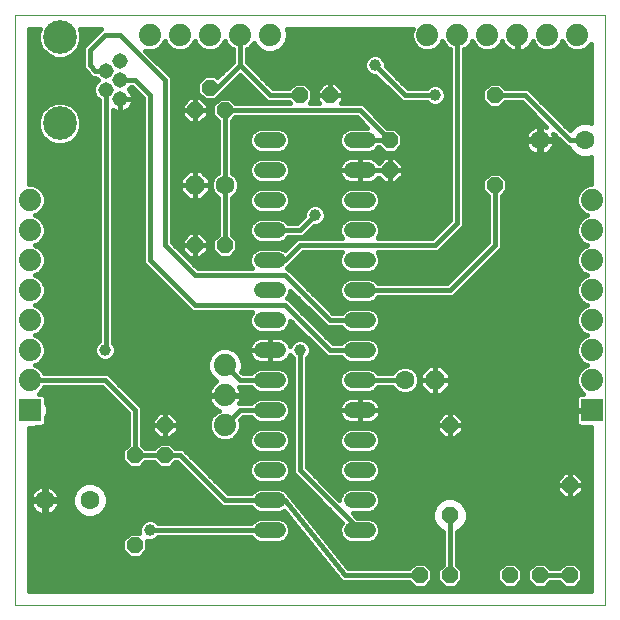
<source format=gbl>
G75*
%MOIN*%
%OFA0B0*%
%FSLAX25Y25*%
%IPPOS*%
%LPD*%
%AMOC8*
5,1,8,0,0,1.08239X$1,22.5*
%
%ADD10C,0.00000*%
%ADD11OC8,0.05200*%
%ADD12C,0.06300*%
%ADD13OC8,0.06300*%
%ADD14C,0.05150*%
%ADD15C,0.11220*%
%ADD16C,0.07400*%
%ADD17R,0.07400X0.07400*%
%ADD18C,0.05200*%
%ADD19C,0.01600*%
%ADD20C,0.03962*%
D10*
X0009867Y0011800D02*
X0009867Y0208650D01*
X0206717Y0208650D01*
X0206717Y0011800D01*
X0009867Y0011800D01*
X0033686Y0046800D02*
X0033688Y0046869D01*
X0033694Y0046937D01*
X0033704Y0047005D01*
X0033718Y0047072D01*
X0033736Y0047139D01*
X0033757Y0047204D01*
X0033783Y0047268D01*
X0033812Y0047330D01*
X0033844Y0047390D01*
X0033880Y0047449D01*
X0033920Y0047505D01*
X0033962Y0047559D01*
X0034008Y0047610D01*
X0034057Y0047659D01*
X0034108Y0047705D01*
X0034162Y0047747D01*
X0034218Y0047787D01*
X0034276Y0047823D01*
X0034337Y0047855D01*
X0034399Y0047884D01*
X0034463Y0047910D01*
X0034528Y0047931D01*
X0034595Y0047949D01*
X0034662Y0047963D01*
X0034730Y0047973D01*
X0034798Y0047979D01*
X0034867Y0047981D01*
X0034936Y0047979D01*
X0035004Y0047973D01*
X0035072Y0047963D01*
X0035139Y0047949D01*
X0035206Y0047931D01*
X0035271Y0047910D01*
X0035335Y0047884D01*
X0035397Y0047855D01*
X0035457Y0047823D01*
X0035516Y0047787D01*
X0035572Y0047747D01*
X0035626Y0047705D01*
X0035677Y0047659D01*
X0035726Y0047610D01*
X0035772Y0047559D01*
X0035814Y0047505D01*
X0035854Y0047449D01*
X0035890Y0047390D01*
X0035922Y0047330D01*
X0035951Y0047268D01*
X0035977Y0047204D01*
X0035998Y0047139D01*
X0036016Y0047072D01*
X0036030Y0047005D01*
X0036040Y0046937D01*
X0036046Y0046869D01*
X0036048Y0046800D01*
X0036046Y0046731D01*
X0036040Y0046663D01*
X0036030Y0046595D01*
X0036016Y0046528D01*
X0035998Y0046461D01*
X0035977Y0046396D01*
X0035951Y0046332D01*
X0035922Y0046270D01*
X0035890Y0046209D01*
X0035854Y0046151D01*
X0035814Y0046095D01*
X0035772Y0046041D01*
X0035726Y0045990D01*
X0035677Y0045941D01*
X0035626Y0045895D01*
X0035572Y0045853D01*
X0035516Y0045813D01*
X0035458Y0045777D01*
X0035397Y0045745D01*
X0035335Y0045716D01*
X0035271Y0045690D01*
X0035206Y0045669D01*
X0035139Y0045651D01*
X0035072Y0045637D01*
X0035004Y0045627D01*
X0034936Y0045621D01*
X0034867Y0045619D01*
X0034798Y0045621D01*
X0034730Y0045627D01*
X0034662Y0045637D01*
X0034595Y0045651D01*
X0034528Y0045669D01*
X0034463Y0045690D01*
X0034399Y0045716D01*
X0034337Y0045745D01*
X0034276Y0045777D01*
X0034218Y0045813D01*
X0034162Y0045853D01*
X0034108Y0045895D01*
X0034057Y0045941D01*
X0034008Y0045990D01*
X0033962Y0046041D01*
X0033920Y0046095D01*
X0033880Y0046151D01*
X0033844Y0046209D01*
X0033812Y0046270D01*
X0033783Y0046332D01*
X0033757Y0046396D01*
X0033736Y0046461D01*
X0033718Y0046528D01*
X0033704Y0046595D01*
X0033694Y0046663D01*
X0033688Y0046731D01*
X0033686Y0046800D01*
X0013686Y0076800D02*
X0013688Y0076869D01*
X0013694Y0076937D01*
X0013704Y0077005D01*
X0013718Y0077072D01*
X0013736Y0077139D01*
X0013757Y0077204D01*
X0013783Y0077268D01*
X0013812Y0077330D01*
X0013844Y0077390D01*
X0013880Y0077449D01*
X0013920Y0077505D01*
X0013962Y0077559D01*
X0014008Y0077610D01*
X0014057Y0077659D01*
X0014108Y0077705D01*
X0014162Y0077747D01*
X0014218Y0077787D01*
X0014276Y0077823D01*
X0014337Y0077855D01*
X0014399Y0077884D01*
X0014463Y0077910D01*
X0014528Y0077931D01*
X0014595Y0077949D01*
X0014662Y0077963D01*
X0014730Y0077973D01*
X0014798Y0077979D01*
X0014867Y0077981D01*
X0014936Y0077979D01*
X0015004Y0077973D01*
X0015072Y0077963D01*
X0015139Y0077949D01*
X0015206Y0077931D01*
X0015271Y0077910D01*
X0015335Y0077884D01*
X0015397Y0077855D01*
X0015457Y0077823D01*
X0015516Y0077787D01*
X0015572Y0077747D01*
X0015626Y0077705D01*
X0015677Y0077659D01*
X0015726Y0077610D01*
X0015772Y0077559D01*
X0015814Y0077505D01*
X0015854Y0077449D01*
X0015890Y0077390D01*
X0015922Y0077330D01*
X0015951Y0077268D01*
X0015977Y0077204D01*
X0015998Y0077139D01*
X0016016Y0077072D01*
X0016030Y0077005D01*
X0016040Y0076937D01*
X0016046Y0076869D01*
X0016048Y0076800D01*
X0016046Y0076731D01*
X0016040Y0076663D01*
X0016030Y0076595D01*
X0016016Y0076528D01*
X0015998Y0076461D01*
X0015977Y0076396D01*
X0015951Y0076332D01*
X0015922Y0076270D01*
X0015890Y0076209D01*
X0015854Y0076151D01*
X0015814Y0076095D01*
X0015772Y0076041D01*
X0015726Y0075990D01*
X0015677Y0075941D01*
X0015626Y0075895D01*
X0015572Y0075853D01*
X0015516Y0075813D01*
X0015458Y0075777D01*
X0015397Y0075745D01*
X0015335Y0075716D01*
X0015271Y0075690D01*
X0015206Y0075669D01*
X0015139Y0075651D01*
X0015072Y0075637D01*
X0015004Y0075627D01*
X0014936Y0075621D01*
X0014867Y0075619D01*
X0014798Y0075621D01*
X0014730Y0075627D01*
X0014662Y0075637D01*
X0014595Y0075651D01*
X0014528Y0075669D01*
X0014463Y0075690D01*
X0014399Y0075716D01*
X0014337Y0075745D01*
X0014276Y0075777D01*
X0014218Y0075813D01*
X0014162Y0075853D01*
X0014108Y0075895D01*
X0014057Y0075941D01*
X0014008Y0075990D01*
X0013962Y0076041D01*
X0013920Y0076095D01*
X0013880Y0076151D01*
X0013844Y0076209D01*
X0013812Y0076270D01*
X0013783Y0076332D01*
X0013757Y0076396D01*
X0013736Y0076461D01*
X0013718Y0076528D01*
X0013704Y0076595D01*
X0013694Y0076663D01*
X0013688Y0076731D01*
X0013686Y0076800D01*
X0078686Y0091800D02*
X0078688Y0091869D01*
X0078694Y0091937D01*
X0078704Y0092005D01*
X0078718Y0092072D01*
X0078736Y0092139D01*
X0078757Y0092204D01*
X0078783Y0092268D01*
X0078812Y0092330D01*
X0078844Y0092390D01*
X0078880Y0092449D01*
X0078920Y0092505D01*
X0078962Y0092559D01*
X0079008Y0092610D01*
X0079057Y0092659D01*
X0079108Y0092705D01*
X0079162Y0092747D01*
X0079218Y0092787D01*
X0079276Y0092823D01*
X0079337Y0092855D01*
X0079399Y0092884D01*
X0079463Y0092910D01*
X0079528Y0092931D01*
X0079595Y0092949D01*
X0079662Y0092963D01*
X0079730Y0092973D01*
X0079798Y0092979D01*
X0079867Y0092981D01*
X0079936Y0092979D01*
X0080004Y0092973D01*
X0080072Y0092963D01*
X0080139Y0092949D01*
X0080206Y0092931D01*
X0080271Y0092910D01*
X0080335Y0092884D01*
X0080397Y0092855D01*
X0080457Y0092823D01*
X0080516Y0092787D01*
X0080572Y0092747D01*
X0080626Y0092705D01*
X0080677Y0092659D01*
X0080726Y0092610D01*
X0080772Y0092559D01*
X0080814Y0092505D01*
X0080854Y0092449D01*
X0080890Y0092390D01*
X0080922Y0092330D01*
X0080951Y0092268D01*
X0080977Y0092204D01*
X0080998Y0092139D01*
X0081016Y0092072D01*
X0081030Y0092005D01*
X0081040Y0091937D01*
X0081046Y0091869D01*
X0081048Y0091800D01*
X0081046Y0091731D01*
X0081040Y0091663D01*
X0081030Y0091595D01*
X0081016Y0091528D01*
X0080998Y0091461D01*
X0080977Y0091396D01*
X0080951Y0091332D01*
X0080922Y0091270D01*
X0080890Y0091209D01*
X0080854Y0091151D01*
X0080814Y0091095D01*
X0080772Y0091041D01*
X0080726Y0090990D01*
X0080677Y0090941D01*
X0080626Y0090895D01*
X0080572Y0090853D01*
X0080516Y0090813D01*
X0080458Y0090777D01*
X0080397Y0090745D01*
X0080335Y0090716D01*
X0080271Y0090690D01*
X0080206Y0090669D01*
X0080139Y0090651D01*
X0080072Y0090637D01*
X0080004Y0090627D01*
X0079936Y0090621D01*
X0079867Y0090619D01*
X0079798Y0090621D01*
X0079730Y0090627D01*
X0079662Y0090637D01*
X0079595Y0090651D01*
X0079528Y0090669D01*
X0079463Y0090690D01*
X0079399Y0090716D01*
X0079337Y0090745D01*
X0079276Y0090777D01*
X0079218Y0090813D01*
X0079162Y0090853D01*
X0079108Y0090895D01*
X0079057Y0090941D01*
X0079008Y0090990D01*
X0078962Y0091041D01*
X0078920Y0091095D01*
X0078880Y0091151D01*
X0078844Y0091209D01*
X0078812Y0091270D01*
X0078783Y0091332D01*
X0078757Y0091396D01*
X0078736Y0091461D01*
X0078718Y0091528D01*
X0078704Y0091595D01*
X0078694Y0091663D01*
X0078688Y0091731D01*
X0078686Y0091800D01*
X0153686Y0041800D02*
X0153688Y0041869D01*
X0153694Y0041937D01*
X0153704Y0042005D01*
X0153718Y0042072D01*
X0153736Y0042139D01*
X0153757Y0042204D01*
X0153783Y0042268D01*
X0153812Y0042330D01*
X0153844Y0042390D01*
X0153880Y0042449D01*
X0153920Y0042505D01*
X0153962Y0042559D01*
X0154008Y0042610D01*
X0154057Y0042659D01*
X0154108Y0042705D01*
X0154162Y0042747D01*
X0154218Y0042787D01*
X0154276Y0042823D01*
X0154337Y0042855D01*
X0154399Y0042884D01*
X0154463Y0042910D01*
X0154528Y0042931D01*
X0154595Y0042949D01*
X0154662Y0042963D01*
X0154730Y0042973D01*
X0154798Y0042979D01*
X0154867Y0042981D01*
X0154936Y0042979D01*
X0155004Y0042973D01*
X0155072Y0042963D01*
X0155139Y0042949D01*
X0155206Y0042931D01*
X0155271Y0042910D01*
X0155335Y0042884D01*
X0155397Y0042855D01*
X0155457Y0042823D01*
X0155516Y0042787D01*
X0155572Y0042747D01*
X0155626Y0042705D01*
X0155677Y0042659D01*
X0155726Y0042610D01*
X0155772Y0042559D01*
X0155814Y0042505D01*
X0155854Y0042449D01*
X0155890Y0042390D01*
X0155922Y0042330D01*
X0155951Y0042268D01*
X0155977Y0042204D01*
X0155998Y0042139D01*
X0156016Y0042072D01*
X0156030Y0042005D01*
X0156040Y0041937D01*
X0156046Y0041869D01*
X0156048Y0041800D01*
X0156046Y0041731D01*
X0156040Y0041663D01*
X0156030Y0041595D01*
X0156016Y0041528D01*
X0155998Y0041461D01*
X0155977Y0041396D01*
X0155951Y0041332D01*
X0155922Y0041270D01*
X0155890Y0041209D01*
X0155854Y0041151D01*
X0155814Y0041095D01*
X0155772Y0041041D01*
X0155726Y0040990D01*
X0155677Y0040941D01*
X0155626Y0040895D01*
X0155572Y0040853D01*
X0155516Y0040813D01*
X0155458Y0040777D01*
X0155397Y0040745D01*
X0155335Y0040716D01*
X0155271Y0040690D01*
X0155206Y0040669D01*
X0155139Y0040651D01*
X0155072Y0040637D01*
X0155004Y0040627D01*
X0154936Y0040621D01*
X0154867Y0040619D01*
X0154798Y0040621D01*
X0154730Y0040627D01*
X0154662Y0040637D01*
X0154595Y0040651D01*
X0154528Y0040669D01*
X0154463Y0040690D01*
X0154399Y0040716D01*
X0154337Y0040745D01*
X0154276Y0040777D01*
X0154218Y0040813D01*
X0154162Y0040853D01*
X0154108Y0040895D01*
X0154057Y0040941D01*
X0154008Y0040990D01*
X0153962Y0041041D01*
X0153920Y0041095D01*
X0153880Y0041151D01*
X0153844Y0041209D01*
X0153812Y0041270D01*
X0153783Y0041332D01*
X0153757Y0041396D01*
X0153736Y0041461D01*
X0153718Y0041528D01*
X0153704Y0041595D01*
X0153694Y0041663D01*
X0153688Y0041731D01*
X0153686Y0041800D01*
X0198686Y0166800D02*
X0198688Y0166869D01*
X0198694Y0166937D01*
X0198704Y0167005D01*
X0198718Y0167072D01*
X0198736Y0167139D01*
X0198757Y0167204D01*
X0198783Y0167268D01*
X0198812Y0167330D01*
X0198844Y0167390D01*
X0198880Y0167449D01*
X0198920Y0167505D01*
X0198962Y0167559D01*
X0199008Y0167610D01*
X0199057Y0167659D01*
X0199108Y0167705D01*
X0199162Y0167747D01*
X0199218Y0167787D01*
X0199276Y0167823D01*
X0199337Y0167855D01*
X0199399Y0167884D01*
X0199463Y0167910D01*
X0199528Y0167931D01*
X0199595Y0167949D01*
X0199662Y0167963D01*
X0199730Y0167973D01*
X0199798Y0167979D01*
X0199867Y0167981D01*
X0199936Y0167979D01*
X0200004Y0167973D01*
X0200072Y0167963D01*
X0200139Y0167949D01*
X0200206Y0167931D01*
X0200271Y0167910D01*
X0200335Y0167884D01*
X0200397Y0167855D01*
X0200457Y0167823D01*
X0200516Y0167787D01*
X0200572Y0167747D01*
X0200626Y0167705D01*
X0200677Y0167659D01*
X0200726Y0167610D01*
X0200772Y0167559D01*
X0200814Y0167505D01*
X0200854Y0167449D01*
X0200890Y0167390D01*
X0200922Y0167330D01*
X0200951Y0167268D01*
X0200977Y0167204D01*
X0200998Y0167139D01*
X0201016Y0167072D01*
X0201030Y0167005D01*
X0201040Y0166937D01*
X0201046Y0166869D01*
X0201048Y0166800D01*
X0201046Y0166731D01*
X0201040Y0166663D01*
X0201030Y0166595D01*
X0201016Y0166528D01*
X0200998Y0166461D01*
X0200977Y0166396D01*
X0200951Y0166332D01*
X0200922Y0166270D01*
X0200890Y0166209D01*
X0200854Y0166151D01*
X0200814Y0166095D01*
X0200772Y0166041D01*
X0200726Y0165990D01*
X0200677Y0165941D01*
X0200626Y0165895D01*
X0200572Y0165853D01*
X0200516Y0165813D01*
X0200458Y0165777D01*
X0200397Y0165745D01*
X0200335Y0165716D01*
X0200271Y0165690D01*
X0200206Y0165669D01*
X0200139Y0165651D01*
X0200072Y0165637D01*
X0200004Y0165627D01*
X0199936Y0165621D01*
X0199867Y0165619D01*
X0199798Y0165621D01*
X0199730Y0165627D01*
X0199662Y0165637D01*
X0199595Y0165651D01*
X0199528Y0165669D01*
X0199463Y0165690D01*
X0199399Y0165716D01*
X0199337Y0165745D01*
X0199276Y0165777D01*
X0199218Y0165813D01*
X0199162Y0165853D01*
X0199108Y0165895D01*
X0199057Y0165941D01*
X0199008Y0165990D01*
X0198962Y0166041D01*
X0198920Y0166095D01*
X0198880Y0166151D01*
X0198844Y0166209D01*
X0198812Y0166270D01*
X0198783Y0166332D01*
X0198757Y0166396D01*
X0198736Y0166461D01*
X0198718Y0166528D01*
X0198704Y0166595D01*
X0198694Y0166663D01*
X0198688Y0166731D01*
X0198686Y0166800D01*
X0093686Y0201800D02*
X0093688Y0201869D01*
X0093694Y0201937D01*
X0093704Y0202005D01*
X0093718Y0202072D01*
X0093736Y0202139D01*
X0093757Y0202204D01*
X0093783Y0202268D01*
X0093812Y0202330D01*
X0093844Y0202390D01*
X0093880Y0202449D01*
X0093920Y0202505D01*
X0093962Y0202559D01*
X0094008Y0202610D01*
X0094057Y0202659D01*
X0094108Y0202705D01*
X0094162Y0202747D01*
X0094218Y0202787D01*
X0094276Y0202823D01*
X0094337Y0202855D01*
X0094399Y0202884D01*
X0094463Y0202910D01*
X0094528Y0202931D01*
X0094595Y0202949D01*
X0094662Y0202963D01*
X0094730Y0202973D01*
X0094798Y0202979D01*
X0094867Y0202981D01*
X0094936Y0202979D01*
X0095004Y0202973D01*
X0095072Y0202963D01*
X0095139Y0202949D01*
X0095206Y0202931D01*
X0095271Y0202910D01*
X0095335Y0202884D01*
X0095397Y0202855D01*
X0095457Y0202823D01*
X0095516Y0202787D01*
X0095572Y0202747D01*
X0095626Y0202705D01*
X0095677Y0202659D01*
X0095726Y0202610D01*
X0095772Y0202559D01*
X0095814Y0202505D01*
X0095854Y0202449D01*
X0095890Y0202390D01*
X0095922Y0202330D01*
X0095951Y0202268D01*
X0095977Y0202204D01*
X0095998Y0202139D01*
X0096016Y0202072D01*
X0096030Y0202005D01*
X0096040Y0201937D01*
X0096046Y0201869D01*
X0096048Y0201800D01*
X0096046Y0201731D01*
X0096040Y0201663D01*
X0096030Y0201595D01*
X0096016Y0201528D01*
X0095998Y0201461D01*
X0095977Y0201396D01*
X0095951Y0201332D01*
X0095922Y0201270D01*
X0095890Y0201209D01*
X0095854Y0201151D01*
X0095814Y0201095D01*
X0095772Y0201041D01*
X0095726Y0200990D01*
X0095677Y0200941D01*
X0095626Y0200895D01*
X0095572Y0200853D01*
X0095516Y0200813D01*
X0095458Y0200777D01*
X0095397Y0200745D01*
X0095335Y0200716D01*
X0095271Y0200690D01*
X0095206Y0200669D01*
X0095139Y0200651D01*
X0095072Y0200637D01*
X0095004Y0200627D01*
X0094936Y0200621D01*
X0094867Y0200619D01*
X0094798Y0200621D01*
X0094730Y0200627D01*
X0094662Y0200637D01*
X0094595Y0200651D01*
X0094528Y0200669D01*
X0094463Y0200690D01*
X0094399Y0200716D01*
X0094337Y0200745D01*
X0094276Y0200777D01*
X0094218Y0200813D01*
X0094162Y0200853D01*
X0094108Y0200895D01*
X0094057Y0200941D01*
X0094008Y0200990D01*
X0093962Y0201041D01*
X0093920Y0201095D01*
X0093880Y0201151D01*
X0093844Y0201209D01*
X0093812Y0201270D01*
X0093783Y0201332D01*
X0093757Y0201396D01*
X0093736Y0201461D01*
X0093718Y0201528D01*
X0093704Y0201595D01*
X0093694Y0201663D01*
X0093688Y0201731D01*
X0093686Y0201800D01*
D11*
X0074867Y0184300D03*
X0079867Y0176800D03*
X0069867Y0176800D03*
X0104867Y0181800D03*
X0114867Y0181800D03*
X0134867Y0166800D03*
X0134867Y0156800D03*
X0169867Y0151800D03*
X0169867Y0181800D03*
X0079867Y0131800D03*
X0069867Y0131800D03*
X0059867Y0071800D03*
X0059867Y0061800D03*
X0049867Y0061800D03*
X0049867Y0031800D03*
X0144867Y0021800D03*
X0154867Y0021800D03*
X0174867Y0021800D03*
X0184867Y0021800D03*
X0194867Y0021800D03*
X0194867Y0051800D03*
X0154867Y0041800D03*
X0154867Y0071800D03*
D12*
X0139867Y0086800D03*
X0079867Y0151800D03*
X0184867Y0166800D03*
X0199867Y0166800D03*
X0034867Y0046800D03*
X0019867Y0046800D03*
D13*
X0069867Y0151800D03*
X0149867Y0086800D03*
D14*
X0044945Y0180501D03*
X0040221Y0183650D03*
X0044945Y0186800D03*
X0040221Y0189950D03*
X0044945Y0193099D03*
D15*
X0024867Y0201170D03*
X0024867Y0172430D03*
D16*
X0014867Y0146800D03*
X0014867Y0136800D03*
X0014867Y0126800D03*
X0014867Y0116800D03*
X0014867Y0106800D03*
X0014867Y0096800D03*
X0014867Y0086800D03*
X0079867Y0081800D03*
X0079867Y0071800D03*
X0079867Y0091800D03*
X0084867Y0201800D03*
X0094867Y0201800D03*
X0074867Y0201800D03*
X0064867Y0201800D03*
X0054867Y0201800D03*
X0147367Y0201800D03*
X0157367Y0201800D03*
X0167367Y0201800D03*
X0177367Y0201800D03*
X0187367Y0201800D03*
X0197367Y0201800D03*
X0202367Y0146800D03*
X0202367Y0136800D03*
X0202367Y0126800D03*
X0202367Y0116800D03*
X0202367Y0106800D03*
X0202367Y0096800D03*
X0202367Y0086800D03*
D17*
X0202367Y0076800D03*
X0014867Y0076800D03*
D18*
X0092267Y0076800D02*
X0097467Y0076800D01*
X0097467Y0086800D02*
X0092267Y0086800D01*
X0092267Y0096800D02*
X0097467Y0096800D01*
X0097467Y0106800D02*
X0092267Y0106800D01*
X0092267Y0116800D02*
X0097467Y0116800D01*
X0097467Y0126800D02*
X0092267Y0126800D01*
X0092267Y0136800D02*
X0097467Y0136800D01*
X0097467Y0146800D02*
X0092267Y0146800D01*
X0092267Y0156800D02*
X0097467Y0156800D01*
X0097467Y0166800D02*
X0092267Y0166800D01*
X0122267Y0166800D02*
X0127467Y0166800D01*
X0127467Y0156800D02*
X0122267Y0156800D01*
X0122267Y0146800D02*
X0127467Y0146800D01*
X0127467Y0136800D02*
X0122267Y0136800D01*
X0122267Y0126800D02*
X0127467Y0126800D01*
X0127467Y0116800D02*
X0122267Y0116800D01*
X0122267Y0106800D02*
X0127467Y0106800D01*
X0127467Y0096800D02*
X0122267Y0096800D01*
X0122267Y0086800D02*
X0127467Y0086800D01*
X0127467Y0076800D02*
X0122267Y0076800D01*
X0122267Y0066800D02*
X0127467Y0066800D01*
X0127467Y0056800D02*
X0122267Y0056800D01*
X0122267Y0046800D02*
X0127467Y0046800D01*
X0127467Y0036800D02*
X0122267Y0036800D01*
X0097467Y0036800D02*
X0092267Y0036800D01*
X0092267Y0046800D02*
X0097467Y0046800D01*
X0097467Y0056800D02*
X0092267Y0056800D01*
X0092267Y0066800D02*
X0097467Y0066800D01*
D19*
X0099153Y0062952D02*
X0102467Y0062952D01*
X0102467Y0061354D02*
X0068707Y0061354D01*
X0067108Y0062952D02*
X0090581Y0062952D01*
X0089888Y0063239D02*
X0091431Y0062600D01*
X0098302Y0062600D01*
X0099846Y0063239D01*
X0101027Y0064421D01*
X0101667Y0065965D01*
X0101667Y0067635D01*
X0101027Y0069179D01*
X0099846Y0070361D01*
X0098302Y0071000D01*
X0091431Y0071000D01*
X0089888Y0070361D01*
X0088706Y0069179D01*
X0088067Y0067635D01*
X0088067Y0065965D01*
X0088706Y0064421D01*
X0089888Y0063239D01*
X0088652Y0064551D02*
X0063055Y0064551D01*
X0063406Y0064200D02*
X0061606Y0066000D01*
X0058127Y0066000D01*
X0056327Y0064200D01*
X0053406Y0064200D01*
X0052267Y0065340D01*
X0052267Y0077277D01*
X0051901Y0078159D01*
X0051226Y0078835D01*
X0041901Y0088159D01*
X0041901Y0088159D01*
X0041226Y0088835D01*
X0040344Y0089200D01*
X0019609Y0089200D01*
X0019360Y0089802D01*
X0017869Y0091293D01*
X0016645Y0091800D01*
X0017869Y0092307D01*
X0019360Y0093798D01*
X0020167Y0095746D01*
X0020167Y0097854D01*
X0019360Y0099802D01*
X0017869Y0101293D01*
X0016645Y0101800D01*
X0017869Y0102307D01*
X0019360Y0103798D01*
X0020167Y0105746D01*
X0020167Y0107854D01*
X0019360Y0109802D01*
X0017869Y0111293D01*
X0016645Y0111800D01*
X0017869Y0112307D01*
X0019360Y0113798D01*
X0020167Y0115746D01*
X0020167Y0117854D01*
X0019360Y0119802D01*
X0017869Y0121293D01*
X0016645Y0121800D01*
X0017869Y0122307D01*
X0019360Y0123798D01*
X0020167Y0125746D01*
X0020167Y0127854D01*
X0019360Y0129802D01*
X0017869Y0131293D01*
X0016645Y0131800D01*
X0017869Y0132307D01*
X0019360Y0133798D01*
X0020167Y0135746D01*
X0020167Y0137854D01*
X0019360Y0139802D01*
X0017869Y0141293D01*
X0016645Y0141800D01*
X0017869Y0142307D01*
X0019360Y0143798D01*
X0020167Y0145746D01*
X0020167Y0147854D01*
X0019360Y0149802D01*
X0017869Y0151293D01*
X0015921Y0152100D01*
X0014667Y0152100D01*
X0014667Y0203850D01*
X0018173Y0203850D01*
X0017656Y0202604D01*
X0017656Y0199736D01*
X0018754Y0197086D01*
X0020782Y0195058D01*
X0023432Y0193960D01*
X0026301Y0193960D01*
X0028951Y0195058D01*
X0030979Y0197086D01*
X0032077Y0199736D01*
X0032077Y0202604D01*
X0031561Y0203850D01*
X0038545Y0203850D01*
X0038507Y0203835D01*
X0037832Y0203159D01*
X0032832Y0198159D01*
X0032467Y0197277D01*
X0032467Y0191323D01*
X0032832Y0190441D01*
X0033507Y0189765D01*
X0035358Y0187915D01*
X0036240Y0187550D01*
X0036717Y0187550D01*
X0037467Y0186800D01*
X0036682Y0186015D01*
X0036046Y0184481D01*
X0036046Y0182820D01*
X0036682Y0181286D01*
X0037821Y0180146D01*
X0037821Y0099819D01*
X0036831Y0098829D01*
X0036286Y0097512D01*
X0036286Y0096088D01*
X0036831Y0094771D01*
X0037838Y0093764D01*
X0039154Y0093219D01*
X0040579Y0093219D01*
X0041895Y0093764D01*
X0042903Y0094771D01*
X0043448Y0096088D01*
X0043448Y0097512D01*
X0042903Y0098829D01*
X0042621Y0099110D01*
X0042621Y0176782D01*
X0042652Y0176759D01*
X0043266Y0176446D01*
X0043921Y0176234D01*
X0044601Y0176126D01*
X0044945Y0176126D01*
X0044945Y0180501D01*
X0044945Y0180501D01*
X0044946Y0180501D02*
X0049320Y0180501D01*
X0049320Y0180845D01*
X0049212Y0181525D01*
X0049000Y0182180D01*
X0048687Y0182794D01*
X0048282Y0183351D01*
X0047841Y0183792D01*
X0048449Y0184400D01*
X0048873Y0184400D01*
X0052467Y0180806D01*
X0052467Y0126323D01*
X0052832Y0125441D01*
X0053507Y0124765D01*
X0068507Y0109765D01*
X0069389Y0109400D01*
X0088927Y0109400D01*
X0088706Y0109179D01*
X0088067Y0107635D01*
X0088067Y0105965D01*
X0088706Y0104421D01*
X0089888Y0103239D01*
X0091431Y0102600D01*
X0098302Y0102600D01*
X0099846Y0103239D01*
X0101027Y0104421D01*
X0101667Y0105965D01*
X0101667Y0106606D01*
X0113507Y0094765D01*
X0114389Y0094400D01*
X0118727Y0094400D01*
X0119888Y0093239D01*
X0121431Y0092600D01*
X0128302Y0092600D01*
X0129846Y0093239D01*
X0131027Y0094421D01*
X0131667Y0095965D01*
X0131667Y0097635D01*
X0131027Y0099179D01*
X0129846Y0100361D01*
X0128302Y0101000D01*
X0121431Y0101000D01*
X0119888Y0100361D01*
X0118727Y0099200D01*
X0115861Y0099200D01*
X0101901Y0113159D01*
X0101226Y0113835D01*
X0100671Y0114065D01*
X0101027Y0114421D01*
X0101667Y0115965D01*
X0101667Y0116606D01*
X0113507Y0104765D01*
X0114389Y0104400D01*
X0118727Y0104400D01*
X0119888Y0103239D01*
X0121431Y0102600D01*
X0128302Y0102600D01*
X0129846Y0103239D01*
X0131027Y0104421D01*
X0131667Y0105965D01*
X0131667Y0107635D01*
X0131027Y0109179D01*
X0129846Y0110361D01*
X0128302Y0111000D01*
X0121431Y0111000D01*
X0119888Y0110361D01*
X0118727Y0109200D01*
X0115861Y0109200D01*
X0101901Y0123159D01*
X0101901Y0123159D01*
X0101226Y0123835D01*
X0100671Y0124065D01*
X0101027Y0124421D01*
X0101158Y0124737D01*
X0101226Y0124765D01*
X0101901Y0125441D01*
X0105861Y0129400D01*
X0118927Y0129400D01*
X0118706Y0129179D01*
X0118067Y0127635D01*
X0118067Y0125965D01*
X0118706Y0124421D01*
X0119888Y0123239D01*
X0121431Y0122600D01*
X0128302Y0122600D01*
X0129846Y0123239D01*
X0131027Y0124421D01*
X0131667Y0125965D01*
X0131667Y0127635D01*
X0131027Y0129179D01*
X0130806Y0129400D01*
X0150344Y0129400D01*
X0151226Y0129765D01*
X0151901Y0130441D01*
X0159401Y0137941D01*
X0159767Y0138823D01*
X0159767Y0197057D01*
X0160369Y0197307D01*
X0161860Y0198798D01*
X0162367Y0200022D01*
X0162874Y0198798D01*
X0164364Y0197307D01*
X0166312Y0196500D01*
X0168421Y0196500D01*
X0170369Y0197307D01*
X0171860Y0198798D01*
X0172252Y0199744D01*
X0172270Y0199689D01*
X0172663Y0198917D01*
X0173171Y0198217D01*
X0173784Y0197605D01*
X0174484Y0197096D01*
X0175255Y0196703D01*
X0176079Y0196435D01*
X0176934Y0196300D01*
X0177167Y0196300D01*
X0177167Y0201600D01*
X0177567Y0201600D01*
X0177567Y0196300D01*
X0177800Y0196300D01*
X0178655Y0196435D01*
X0179478Y0196703D01*
X0180249Y0197096D01*
X0180950Y0197605D01*
X0181562Y0198217D01*
X0182071Y0198917D01*
X0182464Y0199689D01*
X0182482Y0199744D01*
X0182874Y0198798D01*
X0184364Y0197307D01*
X0186312Y0196500D01*
X0188421Y0196500D01*
X0190369Y0197307D01*
X0191860Y0198798D01*
X0192367Y0200022D01*
X0192874Y0198798D01*
X0194364Y0197307D01*
X0196312Y0196500D01*
X0198421Y0196500D01*
X0200369Y0197307D01*
X0201860Y0198798D01*
X0201917Y0198936D01*
X0201917Y0172425D01*
X0201056Y0172781D01*
X0198677Y0172781D01*
X0196479Y0171871D01*
X0194834Y0170226D01*
X0181226Y0183835D01*
X0180344Y0184200D01*
X0173406Y0184200D01*
X0171606Y0186000D01*
X0168127Y0186000D01*
X0165667Y0183540D01*
X0165667Y0180060D01*
X0168127Y0177600D01*
X0171606Y0177600D01*
X0173406Y0179400D01*
X0178873Y0179400D01*
X0187008Y0171264D01*
X0186767Y0171387D01*
X0186026Y0171628D01*
X0185256Y0171750D01*
X0185117Y0171750D01*
X0185117Y0167050D01*
X0189817Y0167050D01*
X0189817Y0167190D01*
X0189695Y0167959D01*
X0189454Y0168700D01*
X0189331Y0168942D01*
X0192832Y0165441D01*
X0192832Y0165441D01*
X0193507Y0164765D01*
X0194386Y0164401D01*
X0194796Y0163412D01*
X0196479Y0161729D01*
X0198677Y0160819D01*
X0201056Y0160819D01*
X0201917Y0161175D01*
X0201917Y0152100D01*
X0201312Y0152100D01*
X0199364Y0151293D01*
X0197874Y0149802D01*
X0197067Y0147854D01*
X0197067Y0145746D01*
X0197874Y0143798D01*
X0199364Y0142307D01*
X0200588Y0141800D01*
X0199364Y0141293D01*
X0197874Y0139802D01*
X0197067Y0137854D01*
X0197067Y0135746D01*
X0197874Y0133798D01*
X0199364Y0132307D01*
X0200588Y0131800D01*
X0199364Y0131293D01*
X0197874Y0129802D01*
X0197067Y0127854D01*
X0197067Y0125746D01*
X0197874Y0123798D01*
X0199364Y0122307D01*
X0200588Y0121800D01*
X0199364Y0121293D01*
X0197874Y0119802D01*
X0197067Y0117854D01*
X0197067Y0115746D01*
X0197874Y0113798D01*
X0199364Y0112307D01*
X0200588Y0111800D01*
X0199364Y0111293D01*
X0197874Y0109802D01*
X0197067Y0107854D01*
X0197067Y0105746D01*
X0197874Y0103798D01*
X0199364Y0102307D01*
X0200588Y0101800D01*
X0199364Y0101293D01*
X0197874Y0099802D01*
X0197067Y0097854D01*
X0197067Y0095746D01*
X0197874Y0093798D01*
X0199364Y0092307D01*
X0200588Y0091800D01*
X0199364Y0091293D01*
X0197874Y0089802D01*
X0197067Y0087854D01*
X0197067Y0085746D01*
X0197874Y0083798D01*
X0199364Y0082307D01*
X0199381Y0082300D01*
X0198430Y0082300D01*
X0197972Y0082177D01*
X0197561Y0081940D01*
X0197226Y0081605D01*
X0196989Y0081195D01*
X0196867Y0080737D01*
X0196867Y0077000D01*
X0201917Y0077000D01*
X0201917Y0076600D01*
X0196867Y0076600D01*
X0196867Y0072863D01*
X0196989Y0072405D01*
X0197226Y0071995D01*
X0197561Y0071660D01*
X0197972Y0071423D01*
X0198430Y0071300D01*
X0201917Y0071300D01*
X0201917Y0016600D01*
X0014667Y0016600D01*
X0014667Y0070819D01*
X0016056Y0070819D01*
X0017218Y0071300D01*
X0018804Y0071300D01*
X0019261Y0071423D01*
X0019672Y0071660D01*
X0020007Y0071995D01*
X0020244Y0072405D01*
X0020367Y0072863D01*
X0020367Y0074449D01*
X0020848Y0075610D01*
X0020848Y0077990D01*
X0020367Y0079151D01*
X0020367Y0080737D01*
X0020244Y0081195D01*
X0020007Y0081605D01*
X0019672Y0081940D01*
X0019261Y0082177D01*
X0018804Y0082300D01*
X0017852Y0082300D01*
X0017869Y0082307D01*
X0019360Y0083798D01*
X0019609Y0084400D01*
X0038873Y0084400D01*
X0047467Y0075806D01*
X0047467Y0065340D01*
X0045667Y0063540D01*
X0045667Y0060060D01*
X0048127Y0057600D01*
X0051606Y0057600D01*
X0053406Y0059400D01*
X0056327Y0059400D01*
X0058127Y0057600D01*
X0061606Y0057600D01*
X0063406Y0059400D01*
X0063873Y0059400D01*
X0078507Y0044765D01*
X0079389Y0044400D01*
X0088727Y0044400D01*
X0089888Y0043239D01*
X0091431Y0042600D01*
X0098302Y0042600D01*
X0099692Y0043176D01*
X0117780Y0020567D01*
X0117832Y0020441D01*
X0118076Y0020197D01*
X0118291Y0019928D01*
X0118411Y0019862D01*
X0118507Y0019765D01*
X0118825Y0019634D01*
X0119127Y0019467D01*
X0119263Y0019452D01*
X0119389Y0019400D01*
X0119734Y0019400D01*
X0120076Y0019362D01*
X0120207Y0019400D01*
X0141327Y0019400D01*
X0143127Y0017600D01*
X0146606Y0017600D01*
X0149067Y0020060D01*
X0149067Y0023540D01*
X0146606Y0026000D01*
X0143127Y0026000D01*
X0141327Y0024200D01*
X0121020Y0024200D01*
X0101954Y0048033D01*
X0101901Y0048159D01*
X0101658Y0048403D01*
X0101443Y0048672D01*
X0101323Y0048738D01*
X0101226Y0048835D01*
X0101158Y0048863D01*
X0101027Y0049179D01*
X0099846Y0050361D01*
X0098302Y0051000D01*
X0091431Y0051000D01*
X0089888Y0050361D01*
X0088727Y0049200D01*
X0080861Y0049200D01*
X0066226Y0063835D01*
X0065344Y0064200D01*
X0063406Y0064200D01*
X0064867Y0061800D02*
X0059867Y0061800D01*
X0049867Y0061800D01*
X0049867Y0076800D01*
X0039867Y0086800D01*
X0014867Y0086800D01*
X0019035Y0090127D02*
X0074086Y0090127D01*
X0073886Y0090610D02*
X0074796Y0088412D01*
X0076479Y0086729D01*
X0077001Y0086513D01*
X0076984Y0086504D01*
X0076284Y0085995D01*
X0075671Y0085383D01*
X0075163Y0084683D01*
X0074770Y0083911D01*
X0074502Y0083088D01*
X0074367Y0082233D01*
X0074367Y0082000D01*
X0079667Y0082000D01*
X0079667Y0081600D01*
X0074367Y0081600D01*
X0074367Y0081367D01*
X0074502Y0080512D01*
X0074770Y0079689D01*
X0075163Y0078917D01*
X0075671Y0078217D01*
X0076284Y0077605D01*
X0076984Y0077096D01*
X0077755Y0076703D01*
X0077811Y0076685D01*
X0076864Y0076293D01*
X0075374Y0074802D01*
X0074567Y0072854D01*
X0074567Y0070746D01*
X0075374Y0068798D01*
X0076864Y0067307D01*
X0078812Y0066500D01*
X0080921Y0066500D01*
X0082869Y0067307D01*
X0084360Y0068798D01*
X0085167Y0070746D01*
X0085167Y0072854D01*
X0084917Y0073456D01*
X0085861Y0074400D01*
X0088727Y0074400D01*
X0089888Y0073239D01*
X0091431Y0072600D01*
X0098302Y0072600D01*
X0099846Y0073239D01*
X0101027Y0074421D01*
X0101667Y0075965D01*
X0101667Y0077635D01*
X0101027Y0079179D01*
X0099846Y0080361D01*
X0098302Y0081000D01*
X0091431Y0081000D01*
X0089888Y0080361D01*
X0088727Y0079200D01*
X0084715Y0079200D01*
X0084964Y0079689D01*
X0085231Y0080512D01*
X0085367Y0081367D01*
X0085367Y0081600D01*
X0080067Y0081600D01*
X0080067Y0082000D01*
X0085367Y0082000D01*
X0085367Y0082233D01*
X0085231Y0083088D01*
X0084964Y0083911D01*
X0084715Y0084400D01*
X0088727Y0084400D01*
X0089888Y0083239D01*
X0091431Y0082600D01*
X0098302Y0082600D01*
X0099846Y0083239D01*
X0101027Y0084421D01*
X0101667Y0085965D01*
X0101667Y0087635D01*
X0101027Y0089179D01*
X0099846Y0090361D01*
X0098302Y0091000D01*
X0091431Y0091000D01*
X0089888Y0090361D01*
X0088727Y0089200D01*
X0085861Y0089200D01*
X0085438Y0089622D01*
X0085848Y0090610D01*
X0085848Y0092990D01*
X0084937Y0095188D01*
X0083255Y0096871D01*
X0081056Y0097781D01*
X0078677Y0097781D01*
X0076479Y0096871D01*
X0074796Y0095188D01*
X0073886Y0092990D01*
X0073886Y0090610D01*
X0073886Y0091726D02*
X0016825Y0091726D01*
X0018886Y0093324D02*
X0038900Y0093324D01*
X0040833Y0093324D02*
X0074024Y0093324D01*
X0074686Y0094923D02*
X0042965Y0094923D01*
X0043448Y0096521D02*
X0076129Y0096521D01*
X0079867Y0091800D02*
X0084867Y0086800D01*
X0094867Y0086800D01*
X0089654Y0090127D02*
X0085648Y0090127D01*
X0085848Y0091726D02*
X0102467Y0091726D01*
X0102467Y0093324D02*
X0100168Y0093324D01*
X0100333Y0093444D02*
X0100823Y0093934D01*
X0101230Y0094494D01*
X0101544Y0095111D01*
X0101608Y0095308D01*
X0101831Y0094771D01*
X0102467Y0094136D01*
X0102467Y0056323D01*
X0102832Y0055441D01*
X0103507Y0054765D01*
X0118900Y0039373D01*
X0118706Y0039179D01*
X0118067Y0037635D01*
X0118067Y0035965D01*
X0118706Y0034421D01*
X0119888Y0033239D01*
X0121431Y0032600D01*
X0128302Y0032600D01*
X0129846Y0033239D01*
X0131027Y0034421D01*
X0131667Y0035965D01*
X0131667Y0037635D01*
X0131027Y0039179D01*
X0129846Y0040361D01*
X0128302Y0041000D01*
X0124061Y0041000D01*
X0122461Y0042600D01*
X0128302Y0042600D01*
X0129846Y0043239D01*
X0131027Y0044421D01*
X0131667Y0045965D01*
X0131667Y0047635D01*
X0131027Y0049179D01*
X0129846Y0050361D01*
X0128302Y0051000D01*
X0121431Y0051000D01*
X0119888Y0050361D01*
X0118706Y0049179D01*
X0118067Y0047635D01*
X0118067Y0046994D01*
X0107267Y0057794D01*
X0107267Y0094136D01*
X0107903Y0094771D01*
X0108448Y0096088D01*
X0108448Y0097512D01*
X0107903Y0098829D01*
X0106895Y0099836D01*
X0105579Y0100381D01*
X0104154Y0100381D01*
X0102838Y0099836D01*
X0101831Y0098829D01*
X0101608Y0098292D01*
X0101544Y0098489D01*
X0101230Y0099106D01*
X0100823Y0099666D01*
X0100333Y0100156D01*
X0099773Y0100563D01*
X0099156Y0100878D01*
X0098497Y0101092D01*
X0097813Y0101200D01*
X0094867Y0101200D01*
X0094867Y0096800D01*
X0094867Y0092400D01*
X0097813Y0092400D01*
X0098497Y0092508D01*
X0099156Y0092722D01*
X0099773Y0093037D01*
X0100333Y0093444D01*
X0101448Y0094923D02*
X0101768Y0094923D01*
X0104867Y0096800D02*
X0104867Y0056800D01*
X0124867Y0036800D01*
X0122889Y0042172D02*
X0148886Y0042172D01*
X0148886Y0042990D02*
X0148886Y0040610D01*
X0149796Y0038412D01*
X0151479Y0036729D01*
X0152467Y0036320D01*
X0152467Y0025340D01*
X0150667Y0023540D01*
X0150667Y0020060D01*
X0153127Y0017600D01*
X0156606Y0017600D01*
X0159067Y0020060D01*
X0159067Y0023540D01*
X0157267Y0025340D01*
X0157267Y0036320D01*
X0158255Y0036729D01*
X0159937Y0038412D01*
X0160848Y0040610D01*
X0160848Y0042990D01*
X0159937Y0045188D01*
X0158255Y0046871D01*
X0156056Y0047781D01*
X0153677Y0047781D01*
X0151479Y0046871D01*
X0149796Y0045188D01*
X0148886Y0042990D01*
X0149209Y0043770D02*
X0130377Y0043770D01*
X0131420Y0045369D02*
X0149977Y0045369D01*
X0151712Y0046967D02*
X0131667Y0046967D01*
X0131281Y0048566D02*
X0191878Y0048566D01*
X0193044Y0047400D02*
X0190467Y0049977D01*
X0190467Y0051800D01*
X0194867Y0051800D01*
X0199267Y0051800D01*
X0199267Y0053623D01*
X0196689Y0056200D01*
X0194867Y0056200D01*
X0194867Y0051800D01*
X0194867Y0051800D01*
X0199267Y0051800D01*
X0199267Y0049977D01*
X0196689Y0047400D01*
X0194867Y0047400D01*
X0194867Y0051800D01*
X0194867Y0051800D01*
X0194867Y0051800D01*
X0194867Y0056200D01*
X0193044Y0056200D01*
X0190467Y0053623D01*
X0190467Y0051800D01*
X0194867Y0051800D01*
X0194867Y0047400D01*
X0193044Y0047400D01*
X0194867Y0048566D02*
X0194867Y0048566D01*
X0194867Y0050164D02*
X0194867Y0050164D01*
X0194867Y0051763D02*
X0194867Y0051763D01*
X0194867Y0051800D02*
X0194867Y0051800D01*
X0194867Y0053361D02*
X0194867Y0053361D01*
X0194867Y0054960D02*
X0194867Y0054960D01*
X0191804Y0054960D02*
X0131250Y0054960D01*
X0131027Y0054421D02*
X0131667Y0055965D01*
X0131667Y0057635D01*
X0131027Y0059179D01*
X0129846Y0060361D01*
X0128302Y0061000D01*
X0121431Y0061000D01*
X0119888Y0060361D01*
X0118706Y0059179D01*
X0118067Y0057635D01*
X0118067Y0055965D01*
X0118706Y0054421D01*
X0119888Y0053239D01*
X0121431Y0052600D01*
X0128302Y0052600D01*
X0129846Y0053239D01*
X0131027Y0054421D01*
X0129968Y0053361D02*
X0190467Y0053361D01*
X0190467Y0051763D02*
X0113298Y0051763D01*
X0111699Y0053361D02*
X0119766Y0053361D01*
X0118483Y0054960D02*
X0110101Y0054960D01*
X0108502Y0056558D02*
X0118067Y0056558D01*
X0118283Y0058157D02*
X0107267Y0058157D01*
X0107267Y0059755D02*
X0119282Y0059755D01*
X0119888Y0063239D02*
X0121431Y0062600D01*
X0128302Y0062600D01*
X0129846Y0063239D01*
X0131027Y0064421D01*
X0131667Y0065965D01*
X0131667Y0067635D01*
X0131027Y0069179D01*
X0129846Y0070361D01*
X0128302Y0071000D01*
X0121431Y0071000D01*
X0119888Y0070361D01*
X0118706Y0069179D01*
X0118067Y0067635D01*
X0118067Y0065965D01*
X0118706Y0064421D01*
X0119888Y0063239D01*
X0120581Y0062952D02*
X0107267Y0062952D01*
X0107267Y0061354D02*
X0201917Y0061354D01*
X0201917Y0062952D02*
X0129153Y0062952D01*
X0131081Y0064551D02*
X0201917Y0064551D01*
X0201917Y0066149D02*
X0131667Y0066149D01*
X0131620Y0067748D02*
X0152696Y0067748D01*
X0153044Y0067400D02*
X0150467Y0069977D01*
X0150467Y0071800D01*
X0154867Y0071800D01*
X0159267Y0071800D01*
X0159267Y0073623D01*
X0156689Y0076200D01*
X0154867Y0076200D01*
X0154867Y0071800D01*
X0154867Y0071800D01*
X0159267Y0071800D01*
X0159267Y0069977D01*
X0156689Y0067400D01*
X0154867Y0067400D01*
X0154867Y0071800D01*
X0154867Y0071800D01*
X0154867Y0071800D01*
X0154867Y0076200D01*
X0153044Y0076200D01*
X0150467Y0073623D01*
X0150467Y0071800D01*
X0154867Y0071800D01*
X0154867Y0067400D01*
X0153044Y0067400D01*
X0154867Y0067748D02*
X0154867Y0067748D01*
X0154867Y0069346D02*
X0154867Y0069346D01*
X0154867Y0070945D02*
X0154867Y0070945D01*
X0154867Y0071800D02*
X0154867Y0071800D01*
X0154867Y0072543D02*
X0154867Y0072543D01*
X0154867Y0074142D02*
X0154867Y0074142D01*
X0154867Y0075740D02*
X0154867Y0075740D01*
X0157149Y0075740D02*
X0196867Y0075740D01*
X0196867Y0074142D02*
X0158747Y0074142D01*
X0159267Y0072543D02*
X0196952Y0072543D01*
X0196867Y0077339D02*
X0131836Y0077339D01*
X0131867Y0077146D02*
X0131758Y0077830D01*
X0131544Y0078489D01*
X0131230Y0079106D01*
X0130823Y0079666D01*
X0130333Y0080156D01*
X0129773Y0080563D01*
X0129156Y0080878D01*
X0128497Y0081092D01*
X0127813Y0081200D01*
X0124867Y0081200D01*
X0124867Y0076800D01*
X0131867Y0076800D01*
X0131867Y0077146D01*
X0131867Y0076800D02*
X0124867Y0076800D01*
X0124867Y0076800D01*
X0124867Y0072400D01*
X0127813Y0072400D01*
X0128497Y0072508D01*
X0129156Y0072722D01*
X0129773Y0073037D01*
X0130333Y0073444D01*
X0130823Y0073934D01*
X0131230Y0074494D01*
X0131544Y0075111D01*
X0131758Y0075770D01*
X0131867Y0076454D01*
X0131867Y0076800D01*
X0131749Y0075740D02*
X0152585Y0075740D01*
X0150986Y0074142D02*
X0130974Y0074142D01*
X0128605Y0072543D02*
X0150467Y0072543D01*
X0150467Y0070945D02*
X0128435Y0070945D01*
X0130860Y0069346D02*
X0151098Y0069346D01*
X0157037Y0067748D02*
X0201917Y0067748D01*
X0201917Y0069346D02*
X0158636Y0069346D01*
X0159267Y0070945D02*
X0201917Y0070945D01*
X0196867Y0078937D02*
X0131316Y0078937D01*
X0129810Y0080536D02*
X0196867Y0080536D01*
X0197898Y0082134D02*
X0152202Y0082134D01*
X0151917Y0081850D02*
X0154817Y0084750D01*
X0154817Y0086800D01*
X0154817Y0088850D01*
X0151917Y0091750D01*
X0149867Y0091750D01*
X0149867Y0086800D01*
X0154817Y0086800D01*
X0149867Y0086800D01*
X0149867Y0086800D01*
X0149867Y0081850D01*
X0151917Y0081850D01*
X0149867Y0081850D02*
X0149867Y0086800D01*
X0149867Y0086800D01*
X0149867Y0086800D01*
X0149867Y0091750D01*
X0147816Y0091750D01*
X0144917Y0088850D01*
X0144917Y0086800D01*
X0144917Y0084750D01*
X0147816Y0081850D01*
X0149867Y0081850D01*
X0149867Y0082134D02*
X0149867Y0082134D01*
X0149867Y0083733D02*
X0149867Y0083733D01*
X0149867Y0085332D02*
X0149867Y0085332D01*
X0149867Y0086800D02*
X0144917Y0086800D01*
X0149867Y0086800D01*
X0149867Y0086800D01*
X0149867Y0086930D02*
X0149867Y0086930D01*
X0149867Y0088529D02*
X0149867Y0088529D01*
X0149867Y0090127D02*
X0149867Y0090127D01*
X0149867Y0091726D02*
X0149867Y0091726D01*
X0151941Y0091726D02*
X0200408Y0091726D01*
X0198347Y0093324D02*
X0129930Y0093324D01*
X0131235Y0094923D02*
X0197408Y0094923D01*
X0197067Y0096521D02*
X0131667Y0096521D01*
X0131466Y0098120D02*
X0197177Y0098120D01*
X0197839Y0099718D02*
X0130488Y0099718D01*
X0129063Y0102915D02*
X0198756Y0102915D01*
X0199421Y0101317D02*
X0113744Y0101317D01*
X0112146Y0102915D02*
X0120670Y0102915D01*
X0119245Y0099718D02*
X0115343Y0099718D01*
X0114867Y0096800D02*
X0099867Y0111800D01*
X0069867Y0111800D01*
X0054867Y0126800D01*
X0054867Y0181800D01*
X0049867Y0186800D01*
X0044945Y0186800D01*
X0048653Y0182841D02*
X0050432Y0182841D01*
X0049257Y0181242D02*
X0052030Y0181242D01*
X0052467Y0179644D02*
X0049239Y0179644D01*
X0049212Y0179476D02*
X0049320Y0180156D01*
X0049320Y0180501D01*
X0044946Y0180501D01*
X0044946Y0180501D01*
X0044945Y0180501D02*
X0044945Y0176126D01*
X0045290Y0176126D01*
X0045970Y0176234D01*
X0046625Y0176446D01*
X0047238Y0176759D01*
X0047795Y0177164D01*
X0048282Y0177651D01*
X0048687Y0178208D01*
X0049000Y0178821D01*
X0049212Y0179476D01*
X0048569Y0178045D02*
X0052467Y0178045D01*
X0052467Y0176447D02*
X0046625Y0176447D01*
X0044945Y0176447D02*
X0044945Y0176447D01*
X0044945Y0178045D02*
X0044945Y0178045D01*
X0044945Y0179644D02*
X0044945Y0179644D01*
X0043266Y0176447D02*
X0042621Y0176447D01*
X0042621Y0174848D02*
X0052467Y0174848D01*
X0052467Y0173250D02*
X0042621Y0173250D01*
X0042621Y0171651D02*
X0052467Y0171651D01*
X0052467Y0170053D02*
X0042621Y0170053D01*
X0042621Y0168454D02*
X0052467Y0168454D01*
X0052467Y0166856D02*
X0042621Y0166856D01*
X0042621Y0165257D02*
X0052467Y0165257D01*
X0052467Y0163659D02*
X0042621Y0163659D01*
X0042621Y0162060D02*
X0052467Y0162060D01*
X0052467Y0160462D02*
X0042621Y0160462D01*
X0042621Y0158863D02*
X0052467Y0158863D01*
X0052467Y0157265D02*
X0042621Y0157265D01*
X0042621Y0155666D02*
X0052467Y0155666D01*
X0052467Y0154068D02*
X0042621Y0154068D01*
X0042621Y0152469D02*
X0052467Y0152469D01*
X0052467Y0150870D02*
X0042621Y0150870D01*
X0042621Y0149272D02*
X0052467Y0149272D01*
X0052467Y0147673D02*
X0042621Y0147673D01*
X0042621Y0146075D02*
X0052467Y0146075D01*
X0052467Y0144476D02*
X0042621Y0144476D01*
X0042621Y0142878D02*
X0052467Y0142878D01*
X0052467Y0141279D02*
X0042621Y0141279D01*
X0042621Y0139681D02*
X0052467Y0139681D01*
X0052467Y0138082D02*
X0042621Y0138082D01*
X0042621Y0136484D02*
X0052467Y0136484D01*
X0052467Y0134885D02*
X0042621Y0134885D01*
X0042621Y0133287D02*
X0052467Y0133287D01*
X0052467Y0131688D02*
X0042621Y0131688D01*
X0042621Y0130090D02*
X0052467Y0130090D01*
X0052467Y0128491D02*
X0042621Y0128491D01*
X0042621Y0126893D02*
X0052467Y0126893D01*
X0052978Y0125294D02*
X0042621Y0125294D01*
X0042621Y0123696D02*
X0054577Y0123696D01*
X0056175Y0122097D02*
X0042621Y0122097D01*
X0042621Y0120499D02*
X0057774Y0120499D01*
X0059372Y0118900D02*
X0042621Y0118900D01*
X0042621Y0117302D02*
X0060971Y0117302D01*
X0062569Y0115703D02*
X0042621Y0115703D01*
X0042621Y0114105D02*
X0064168Y0114105D01*
X0065766Y0112506D02*
X0042621Y0112506D01*
X0042621Y0110908D02*
X0067365Y0110908D01*
X0069867Y0121800D02*
X0099867Y0121800D01*
X0114867Y0106800D01*
X0124867Y0106800D01*
X0128525Y0110908D02*
X0198979Y0110908D01*
X0199165Y0112506D02*
X0112555Y0112506D01*
X0114153Y0110908D02*
X0121208Y0110908D01*
X0121431Y0112600D02*
X0119888Y0113239D01*
X0118706Y0114421D01*
X0118067Y0115965D01*
X0118067Y0117635D01*
X0118706Y0119179D01*
X0119888Y0120361D01*
X0121431Y0121000D01*
X0128302Y0121000D01*
X0129846Y0120361D01*
X0131006Y0119200D01*
X0153873Y0119200D01*
X0167467Y0132794D01*
X0167467Y0148260D01*
X0165667Y0150060D01*
X0165667Y0153540D01*
X0168127Y0156000D01*
X0171606Y0156000D01*
X0174067Y0153540D01*
X0174067Y0150060D01*
X0172267Y0148260D01*
X0172267Y0131323D01*
X0171901Y0130441D01*
X0171226Y0129765D01*
X0156226Y0114765D01*
X0155344Y0114400D01*
X0131006Y0114400D01*
X0129846Y0113239D01*
X0128302Y0112600D01*
X0121431Y0112600D01*
X0119022Y0114105D02*
X0110956Y0114105D01*
X0109358Y0115703D02*
X0118175Y0115703D01*
X0118067Y0117302D02*
X0107759Y0117302D01*
X0106160Y0118900D02*
X0118591Y0118900D01*
X0120221Y0120499D02*
X0104562Y0120499D01*
X0102963Y0122097D02*
X0156770Y0122097D01*
X0155171Y0120499D02*
X0129512Y0120499D01*
X0130302Y0123696D02*
X0158368Y0123696D01*
X0159967Y0125294D02*
X0131389Y0125294D01*
X0131667Y0126893D02*
X0161565Y0126893D01*
X0163164Y0128491D02*
X0131312Y0128491D01*
X0130806Y0134200D02*
X0131027Y0134421D01*
X0131667Y0135965D01*
X0131667Y0137635D01*
X0131027Y0139179D01*
X0129846Y0140361D01*
X0128302Y0141000D01*
X0121431Y0141000D01*
X0119888Y0140361D01*
X0118706Y0139179D01*
X0118067Y0137635D01*
X0118067Y0135965D01*
X0118706Y0134421D01*
X0118927Y0134200D01*
X0104389Y0134200D01*
X0103507Y0133835D01*
X0102832Y0133159D01*
X0099939Y0130267D01*
X0099846Y0130361D01*
X0098302Y0131000D01*
X0091431Y0131000D01*
X0089888Y0130361D01*
X0088706Y0129179D01*
X0088067Y0127635D01*
X0088067Y0125965D01*
X0088706Y0124421D01*
X0088927Y0124200D01*
X0070861Y0124200D01*
X0062267Y0132794D01*
X0062267Y0187277D01*
X0061901Y0188159D01*
X0061226Y0188835D01*
X0053383Y0196678D01*
X0053812Y0196500D01*
X0055921Y0196500D01*
X0057869Y0197307D01*
X0059360Y0198798D01*
X0059867Y0200022D01*
X0060374Y0198798D01*
X0061864Y0197307D01*
X0063812Y0196500D01*
X0065921Y0196500D01*
X0067869Y0197307D01*
X0069360Y0198798D01*
X0069867Y0200022D01*
X0070374Y0198798D01*
X0071864Y0197307D01*
X0073812Y0196500D01*
X0075921Y0196500D01*
X0077869Y0197307D01*
X0079360Y0198798D01*
X0079867Y0200022D01*
X0080374Y0198798D01*
X0081864Y0197307D01*
X0082467Y0197057D01*
X0082467Y0192794D01*
X0077389Y0187717D01*
X0076606Y0188500D01*
X0073127Y0188500D01*
X0070667Y0186040D01*
X0070667Y0182560D01*
X0073127Y0180100D01*
X0076606Y0180100D01*
X0079067Y0182560D01*
X0079067Y0182606D01*
X0084867Y0188406D01*
X0093507Y0179765D01*
X0094389Y0179400D01*
X0101327Y0179400D01*
X0101527Y0179200D01*
X0083406Y0179200D01*
X0081606Y0181000D01*
X0078127Y0181000D01*
X0075667Y0178540D01*
X0075667Y0175060D01*
X0077467Y0173260D01*
X0077467Y0155947D01*
X0077176Y0155827D01*
X0075840Y0154491D01*
X0075117Y0152745D01*
X0075117Y0150855D01*
X0075840Y0149109D01*
X0077176Y0147773D01*
X0077467Y0147653D01*
X0077467Y0135340D01*
X0075667Y0133540D01*
X0075667Y0130060D01*
X0078127Y0127600D01*
X0081606Y0127600D01*
X0084067Y0130060D01*
X0084067Y0133540D01*
X0082267Y0135340D01*
X0082267Y0147653D01*
X0082557Y0147773D01*
X0083894Y0149109D01*
X0084617Y0150855D01*
X0084617Y0152745D01*
X0083894Y0154491D01*
X0082557Y0155827D01*
X0082267Y0155947D01*
X0082267Y0173260D01*
X0083406Y0174400D01*
X0123873Y0174400D01*
X0127273Y0171000D01*
X0121431Y0171000D01*
X0119888Y0170361D01*
X0118706Y0169179D01*
X0118067Y0167635D01*
X0118067Y0165965D01*
X0118706Y0164421D01*
X0119888Y0163239D01*
X0121431Y0162600D01*
X0128302Y0162600D01*
X0129846Y0163239D01*
X0131006Y0164400D01*
X0131327Y0164400D01*
X0133127Y0162600D01*
X0136606Y0162600D01*
X0139067Y0165060D01*
X0139067Y0168540D01*
X0136606Y0171000D01*
X0134061Y0171000D01*
X0126226Y0178835D01*
X0125344Y0179200D01*
X0118489Y0179200D01*
X0119267Y0179977D01*
X0119267Y0181800D01*
X0119267Y0183623D01*
X0116689Y0186200D01*
X0114867Y0186200D01*
X0114867Y0181800D01*
X0119267Y0181800D01*
X0114867Y0181800D01*
X0114867Y0181800D01*
X0114867Y0181800D01*
X0114867Y0186200D01*
X0113044Y0186200D01*
X0110467Y0183623D01*
X0110467Y0181800D01*
X0110467Y0179977D01*
X0111244Y0179200D01*
X0108206Y0179200D01*
X0109067Y0180060D01*
X0109067Y0183540D01*
X0106606Y0186000D01*
X0103127Y0186000D01*
X0101327Y0184200D01*
X0095861Y0184200D01*
X0087267Y0192794D01*
X0087267Y0197057D01*
X0087869Y0197307D01*
X0089360Y0198798D01*
X0089498Y0199132D01*
X0089796Y0198412D01*
X0091479Y0196729D01*
X0093677Y0195819D01*
X0096056Y0195819D01*
X0098255Y0196729D01*
X0099937Y0198412D01*
X0100848Y0200610D01*
X0100848Y0202990D01*
X0100491Y0203850D01*
X0142479Y0203850D01*
X0142067Y0202854D01*
X0142067Y0200746D01*
X0142874Y0198798D01*
X0144364Y0197307D01*
X0146312Y0196500D01*
X0148421Y0196500D01*
X0150369Y0197307D01*
X0151860Y0198798D01*
X0152367Y0200022D01*
X0152874Y0198798D01*
X0154364Y0197307D01*
X0154967Y0197057D01*
X0154967Y0140294D01*
X0148873Y0134200D01*
X0130806Y0134200D01*
X0131220Y0134885D02*
X0149558Y0134885D01*
X0151156Y0136484D02*
X0131667Y0136484D01*
X0131482Y0138082D02*
X0152755Y0138082D01*
X0154353Y0139681D02*
X0130525Y0139681D01*
X0128973Y0142878D02*
X0154967Y0142878D01*
X0154967Y0144476D02*
X0131050Y0144476D01*
X0131027Y0144421D02*
X0131667Y0145965D01*
X0131667Y0147635D01*
X0131027Y0149179D01*
X0129846Y0150361D01*
X0128302Y0151000D01*
X0121431Y0151000D01*
X0119888Y0150361D01*
X0118706Y0149179D01*
X0118067Y0147635D01*
X0118067Y0145965D01*
X0118706Y0144421D01*
X0119888Y0143239D01*
X0121431Y0142600D01*
X0128302Y0142600D01*
X0129846Y0143239D01*
X0131027Y0144421D01*
X0131667Y0146075D02*
X0154967Y0146075D01*
X0154967Y0147673D02*
X0131651Y0147673D01*
X0130934Y0149272D02*
X0154967Y0149272D01*
X0154967Y0150870D02*
X0128615Y0150870D01*
X0128249Y0152469D02*
X0132975Y0152469D01*
X0133044Y0152400D02*
X0134867Y0152400D01*
X0136689Y0152400D01*
X0139267Y0154977D01*
X0139267Y0156800D01*
X0139267Y0158623D01*
X0136689Y0161200D01*
X0134867Y0161200D01*
X0134867Y0156800D01*
X0139267Y0156800D01*
X0134867Y0156800D01*
X0134867Y0156800D01*
X0134867Y0156800D01*
X0134867Y0152400D01*
X0134867Y0156800D01*
X0134867Y0156800D01*
X0134867Y0161200D01*
X0133044Y0161200D01*
X0131112Y0159268D01*
X0130823Y0159666D01*
X0130333Y0160156D01*
X0129773Y0160563D01*
X0129156Y0160878D01*
X0128497Y0161092D01*
X0127813Y0161200D01*
X0124867Y0161200D01*
X0124867Y0156800D01*
X0130467Y0156800D01*
X0134867Y0156800D01*
X0124867Y0156800D01*
X0124867Y0156800D01*
X0124867Y0156800D01*
X0124867Y0152400D01*
X0127813Y0152400D01*
X0128497Y0152508D01*
X0129156Y0152722D01*
X0129773Y0153037D01*
X0130333Y0153444D01*
X0130823Y0153934D01*
X0131112Y0154332D01*
X0133044Y0152400D01*
X0134867Y0152469D02*
X0134867Y0152469D01*
X0134867Y0154068D02*
X0134867Y0154068D01*
X0134867Y0155666D02*
X0134867Y0155666D01*
X0134867Y0156800D02*
X0134867Y0156800D01*
X0134867Y0157265D02*
X0134867Y0157265D01*
X0134867Y0158863D02*
X0134867Y0158863D01*
X0134867Y0160462D02*
X0134867Y0160462D01*
X0137428Y0160462D02*
X0154967Y0160462D01*
X0154967Y0162060D02*
X0082267Y0162060D01*
X0082267Y0160462D02*
X0090131Y0160462D01*
X0089888Y0160361D02*
X0088706Y0159179D01*
X0088067Y0157635D01*
X0088067Y0155965D01*
X0088706Y0154421D01*
X0089888Y0153239D01*
X0091431Y0152600D01*
X0098302Y0152600D01*
X0099846Y0153239D01*
X0101027Y0154421D01*
X0101667Y0155965D01*
X0101667Y0157635D01*
X0101027Y0159179D01*
X0099846Y0160361D01*
X0098302Y0161000D01*
X0091431Y0161000D01*
X0089888Y0160361D01*
X0088575Y0158863D02*
X0082267Y0158863D01*
X0082267Y0157265D02*
X0088067Y0157265D01*
X0088190Y0155666D02*
X0082718Y0155666D01*
X0084069Y0154068D02*
X0089059Y0154068D01*
X0089888Y0150361D02*
X0088706Y0149179D01*
X0088067Y0147635D01*
X0088067Y0145965D01*
X0088706Y0144421D01*
X0089888Y0143239D01*
X0091431Y0142600D01*
X0098302Y0142600D01*
X0099846Y0143239D01*
X0101027Y0144421D01*
X0101667Y0145965D01*
X0101667Y0147635D01*
X0101027Y0149179D01*
X0099846Y0150361D01*
X0098302Y0151000D01*
X0091431Y0151000D01*
X0089888Y0150361D01*
X0091119Y0150870D02*
X0084617Y0150870D01*
X0084617Y0152469D02*
X0121485Y0152469D01*
X0121236Y0152508D02*
X0121920Y0152400D01*
X0124867Y0152400D01*
X0124867Y0156800D01*
X0124867Y0156800D01*
X0124867Y0161200D01*
X0121920Y0161200D01*
X0121236Y0161092D01*
X0120578Y0160878D01*
X0119961Y0160563D01*
X0119400Y0160156D01*
X0118911Y0159666D01*
X0118503Y0159106D01*
X0118189Y0158489D01*
X0117975Y0157830D01*
X0117867Y0157146D01*
X0117867Y0156800D01*
X0117867Y0156454D01*
X0117975Y0155770D01*
X0118189Y0155111D01*
X0118503Y0154494D01*
X0118911Y0153934D01*
X0119400Y0153444D01*
X0119961Y0153037D01*
X0120578Y0152722D01*
X0121236Y0152508D01*
X0121119Y0150870D02*
X0098615Y0150870D01*
X0100934Y0149272D02*
X0118799Y0149272D01*
X0118082Y0147673D02*
X0101651Y0147673D01*
X0101667Y0146075D02*
X0118067Y0146075D01*
X0118683Y0144476D02*
X0112255Y0144476D01*
X0111895Y0144836D02*
X0110579Y0145381D01*
X0109154Y0145381D01*
X0107838Y0144836D01*
X0106831Y0143829D01*
X0106286Y0142512D01*
X0106286Y0141613D01*
X0103873Y0139200D01*
X0101006Y0139200D01*
X0099846Y0140361D01*
X0098302Y0141000D01*
X0091431Y0141000D01*
X0089888Y0140361D01*
X0088706Y0139179D01*
X0088067Y0137635D01*
X0088067Y0135965D01*
X0088706Y0134421D01*
X0089888Y0133239D01*
X0091431Y0132600D01*
X0098302Y0132600D01*
X0099846Y0133239D01*
X0101006Y0134400D01*
X0105344Y0134400D01*
X0106226Y0134765D01*
X0106901Y0135441D01*
X0109680Y0138219D01*
X0110579Y0138219D01*
X0111895Y0138764D01*
X0112903Y0139771D01*
X0113448Y0141088D01*
X0113448Y0142512D01*
X0112903Y0143829D01*
X0111895Y0144836D01*
X0113296Y0142878D02*
X0120760Y0142878D01*
X0119208Y0139681D02*
X0112812Y0139681D01*
X0113448Y0141279D02*
X0154967Y0141279D01*
X0157367Y0139300D02*
X0149867Y0131800D01*
X0104867Y0131800D01*
X0099867Y0126800D01*
X0094867Y0126800D01*
X0089617Y0130090D02*
X0084067Y0130090D01*
X0084067Y0131688D02*
X0101361Y0131688D01*
X0102832Y0133159D02*
X0102832Y0133159D01*
X0102959Y0133287D02*
X0099893Y0133287D01*
X0104867Y0136800D02*
X0094867Y0136800D01*
X0089840Y0133287D02*
X0084067Y0133287D01*
X0082721Y0134885D02*
X0088514Y0134885D01*
X0088067Y0136484D02*
X0082267Y0136484D01*
X0082267Y0138082D02*
X0088252Y0138082D01*
X0089208Y0139681D02*
X0082267Y0139681D01*
X0082267Y0141279D02*
X0105952Y0141279D01*
X0106437Y0142878D02*
X0098973Y0142878D01*
X0101050Y0144476D02*
X0107479Y0144476D01*
X0109867Y0141800D02*
X0104867Y0136800D01*
X0106346Y0134885D02*
X0118514Y0134885D01*
X0118067Y0136484D02*
X0107945Y0136484D01*
X0109543Y0138082D02*
X0118252Y0138082D01*
X0118421Y0128491D02*
X0104952Y0128491D01*
X0103354Y0126893D02*
X0118067Y0126893D01*
X0118344Y0125294D02*
X0101755Y0125294D01*
X0101365Y0123696D02*
X0119431Y0123696D01*
X0124867Y0116800D02*
X0154867Y0116800D01*
X0169867Y0131800D01*
X0169867Y0151800D01*
X0166455Y0149272D02*
X0159767Y0149272D01*
X0159767Y0150870D02*
X0165667Y0150870D01*
X0165667Y0152469D02*
X0159767Y0152469D01*
X0159767Y0154068D02*
X0166194Y0154068D01*
X0167793Y0155666D02*
X0159767Y0155666D01*
X0159767Y0157265D02*
X0201917Y0157265D01*
X0201917Y0158863D02*
X0159767Y0158863D01*
X0159767Y0160462D02*
X0201917Y0160462D01*
X0201917Y0155666D02*
X0171940Y0155666D01*
X0173539Y0154068D02*
X0201917Y0154068D01*
X0201917Y0152469D02*
X0174067Y0152469D01*
X0174067Y0150870D02*
X0198942Y0150870D01*
X0197654Y0149272D02*
X0173278Y0149272D01*
X0172267Y0147673D02*
X0197067Y0147673D01*
X0197067Y0146075D02*
X0172267Y0146075D01*
X0172267Y0144476D02*
X0197592Y0144476D01*
X0198793Y0142878D02*
X0172267Y0142878D01*
X0172267Y0141279D02*
X0199351Y0141279D01*
X0197823Y0139681D02*
X0172267Y0139681D01*
X0172267Y0138082D02*
X0197161Y0138082D01*
X0197067Y0136484D02*
X0172267Y0136484D01*
X0172267Y0134885D02*
X0197423Y0134885D01*
X0198384Y0133287D02*
X0172267Y0133287D01*
X0172267Y0131688D02*
X0200319Y0131688D01*
X0198161Y0130090D02*
X0171551Y0130090D01*
X0169952Y0128491D02*
X0197331Y0128491D01*
X0197067Y0126893D02*
X0168354Y0126893D01*
X0166755Y0125294D02*
X0197254Y0125294D01*
X0197976Y0123696D02*
X0165157Y0123696D01*
X0163558Y0122097D02*
X0199870Y0122097D01*
X0198570Y0120499D02*
X0161960Y0120499D01*
X0160361Y0118900D02*
X0197500Y0118900D01*
X0197067Y0117302D02*
X0158763Y0117302D01*
X0157164Y0115703D02*
X0197084Y0115703D01*
X0197746Y0114105D02*
X0130711Y0114105D01*
X0130897Y0109309D02*
X0197669Y0109309D01*
X0197067Y0107711D02*
X0131635Y0107711D01*
X0131667Y0106112D02*
X0197067Y0106112D01*
X0197577Y0104514D02*
X0131066Y0104514D01*
X0124867Y0096800D02*
X0114867Y0096800D01*
X0113350Y0094923D02*
X0107965Y0094923D01*
X0108448Y0096521D02*
X0111751Y0096521D01*
X0110153Y0098120D02*
X0108196Y0098120D01*
X0108554Y0099718D02*
X0107013Y0099718D01*
X0106956Y0101317D02*
X0042621Y0101317D01*
X0042621Y0102915D02*
X0090670Y0102915D01*
X0091236Y0101092D02*
X0090578Y0100878D01*
X0089961Y0100563D01*
X0089400Y0100156D01*
X0088911Y0099666D01*
X0088503Y0099106D01*
X0088189Y0098489D01*
X0087975Y0097830D01*
X0087867Y0097146D01*
X0087867Y0096800D01*
X0087867Y0096454D01*
X0087975Y0095770D01*
X0088189Y0095111D01*
X0088503Y0094494D01*
X0088911Y0093934D01*
X0089400Y0093444D01*
X0089961Y0093037D01*
X0090578Y0092722D01*
X0091236Y0092508D01*
X0091920Y0092400D01*
X0094867Y0092400D01*
X0094867Y0096800D01*
X0094867Y0096800D01*
X0094867Y0096800D01*
X0094867Y0101200D01*
X0091920Y0101200D01*
X0091236Y0101092D01*
X0088962Y0099718D02*
X0042621Y0099718D01*
X0043196Y0098120D02*
X0088069Y0098120D01*
X0087867Y0096800D02*
X0094867Y0096800D01*
X0087867Y0096800D01*
X0087867Y0096521D02*
X0083604Y0096521D01*
X0085047Y0094923D02*
X0088285Y0094923D01*
X0089565Y0093324D02*
X0085709Y0093324D01*
X0094867Y0093324D02*
X0094867Y0093324D01*
X0094867Y0094923D02*
X0094867Y0094923D01*
X0094867Y0096521D02*
X0094867Y0096521D01*
X0094867Y0096800D02*
X0094867Y0096800D01*
X0094867Y0098120D02*
X0094867Y0098120D01*
X0094867Y0099718D02*
X0094867Y0099718D01*
X0099063Y0102915D02*
X0105357Y0102915D01*
X0103759Y0104514D02*
X0101066Y0104514D01*
X0101667Y0106112D02*
X0102160Y0106112D01*
X0105752Y0109309D02*
X0108963Y0109309D01*
X0107365Y0110908D02*
X0104153Y0110908D01*
X0102555Y0112506D02*
X0105766Y0112506D01*
X0104168Y0114105D02*
X0100711Y0114105D01*
X0101558Y0115703D02*
X0102569Y0115703D01*
X0107350Y0107711D02*
X0110562Y0107711D01*
X0112160Y0106112D02*
X0108949Y0106112D01*
X0110547Y0104514D02*
X0114115Y0104514D01*
X0115752Y0109309D02*
X0118836Y0109309D01*
X0119803Y0093324D02*
X0107267Y0093324D01*
X0107267Y0091726D02*
X0147792Y0091726D01*
X0146193Y0090127D02*
X0143257Y0090127D01*
X0143894Y0089491D02*
X0142557Y0090827D01*
X0140811Y0091550D01*
X0138922Y0091550D01*
X0137176Y0090827D01*
X0135840Y0089491D01*
X0135719Y0089200D01*
X0131006Y0089200D01*
X0129846Y0090361D01*
X0128302Y0091000D01*
X0121431Y0091000D01*
X0119888Y0090361D01*
X0118706Y0089179D01*
X0118067Y0087635D01*
X0118067Y0085965D01*
X0118706Y0084421D01*
X0119888Y0083239D01*
X0121431Y0082600D01*
X0128302Y0082600D01*
X0129846Y0083239D01*
X0131006Y0084400D01*
X0135719Y0084400D01*
X0135840Y0084109D01*
X0137176Y0082773D01*
X0138922Y0082050D01*
X0140811Y0082050D01*
X0142557Y0082773D01*
X0143894Y0084109D01*
X0144617Y0085855D01*
X0144617Y0087745D01*
X0143894Y0089491D01*
X0144292Y0088529D02*
X0144917Y0088529D01*
X0144917Y0086930D02*
X0144617Y0086930D01*
X0144400Y0085332D02*
X0144917Y0085332D01*
X0145933Y0083733D02*
X0143517Y0083733D01*
X0141015Y0082134D02*
X0147532Y0082134D01*
X0153800Y0083733D02*
X0197938Y0083733D01*
X0197238Y0085332D02*
X0154817Y0085332D01*
X0154817Y0086930D02*
X0197067Y0086930D01*
X0197346Y0088529D02*
X0154817Y0088529D01*
X0153540Y0090127D02*
X0198198Y0090127D01*
X0201917Y0059755D02*
X0130451Y0059755D01*
X0131451Y0058157D02*
X0201917Y0058157D01*
X0201917Y0056558D02*
X0131667Y0056558D01*
X0130042Y0050164D02*
X0190467Y0050164D01*
X0197855Y0048566D02*
X0201917Y0048566D01*
X0201917Y0050164D02*
X0199267Y0050164D01*
X0199267Y0051763D02*
X0201917Y0051763D01*
X0201917Y0053361D02*
X0199267Y0053361D01*
X0197929Y0054960D02*
X0201917Y0054960D01*
X0201917Y0046967D02*
X0158021Y0046967D01*
X0159756Y0045369D02*
X0201917Y0045369D01*
X0201917Y0043770D02*
X0160524Y0043770D01*
X0160848Y0042172D02*
X0201917Y0042172D01*
X0201917Y0040573D02*
X0160832Y0040573D01*
X0160170Y0038975D02*
X0201917Y0038975D01*
X0201917Y0037376D02*
X0158901Y0037376D01*
X0157267Y0035778D02*
X0201917Y0035778D01*
X0201917Y0034179D02*
X0157267Y0034179D01*
X0157267Y0032581D02*
X0201917Y0032581D01*
X0201917Y0030982D02*
X0157267Y0030982D01*
X0157267Y0029384D02*
X0201917Y0029384D01*
X0201917Y0027785D02*
X0157267Y0027785D01*
X0157267Y0026187D02*
X0201917Y0026187D01*
X0201917Y0024588D02*
X0198018Y0024588D01*
X0199067Y0023540D02*
X0196606Y0026000D01*
X0193127Y0026000D01*
X0191327Y0024200D01*
X0188406Y0024200D01*
X0186606Y0026000D01*
X0183127Y0026000D01*
X0180667Y0023540D01*
X0180667Y0020060D01*
X0183127Y0017600D01*
X0186606Y0017600D01*
X0188406Y0019400D01*
X0191327Y0019400D01*
X0193127Y0017600D01*
X0196606Y0017600D01*
X0199067Y0020060D01*
X0199067Y0023540D01*
X0199067Y0022990D02*
X0201917Y0022990D01*
X0201917Y0021391D02*
X0199067Y0021391D01*
X0198799Y0019793D02*
X0201917Y0019793D01*
X0201917Y0018194D02*
X0197200Y0018194D01*
X0194867Y0021800D02*
X0184867Y0021800D01*
X0188018Y0024588D02*
X0191715Y0024588D01*
X0192533Y0018194D02*
X0187200Y0018194D01*
X0182533Y0018194D02*
X0177200Y0018194D01*
X0176606Y0017600D02*
X0179067Y0020060D01*
X0179067Y0023540D01*
X0176606Y0026000D01*
X0173127Y0026000D01*
X0170667Y0023540D01*
X0170667Y0020060D01*
X0173127Y0017600D01*
X0176606Y0017600D01*
X0178799Y0019793D02*
X0180934Y0019793D01*
X0180667Y0021391D02*
X0179067Y0021391D01*
X0179067Y0022990D02*
X0180667Y0022990D01*
X0181715Y0024588D02*
X0178018Y0024588D01*
X0172533Y0018194D02*
X0157200Y0018194D01*
X0158799Y0019793D02*
X0170934Y0019793D01*
X0170667Y0021391D02*
X0159067Y0021391D01*
X0159067Y0022990D02*
X0170667Y0022990D01*
X0171715Y0024588D02*
X0158018Y0024588D01*
X0154867Y0021800D02*
X0154867Y0041800D01*
X0150832Y0037376D02*
X0131667Y0037376D01*
X0131589Y0035778D02*
X0152467Y0035778D01*
X0152467Y0034179D02*
X0130786Y0034179D01*
X0131112Y0038975D02*
X0149563Y0038975D01*
X0148901Y0040573D02*
X0129332Y0040573D01*
X0118621Y0038975D02*
X0109200Y0038975D01*
X0107922Y0040573D02*
X0117699Y0040573D01*
X0116101Y0042172D02*
X0106643Y0042172D01*
X0105364Y0043770D02*
X0114502Y0043770D01*
X0112904Y0045369D02*
X0104085Y0045369D01*
X0102806Y0046967D02*
X0111305Y0046967D01*
X0109707Y0048566D02*
X0101528Y0048566D01*
X0100042Y0050164D02*
X0108108Y0050164D01*
X0106510Y0051763D02*
X0078298Y0051763D01*
X0076699Y0053361D02*
X0089766Y0053361D01*
X0089888Y0053239D02*
X0091431Y0052600D01*
X0098302Y0052600D01*
X0099846Y0053239D01*
X0101027Y0054421D01*
X0101667Y0055965D01*
X0101667Y0057635D01*
X0101027Y0059179D01*
X0099846Y0060361D01*
X0098302Y0061000D01*
X0091431Y0061000D01*
X0089888Y0060361D01*
X0088706Y0059179D01*
X0088067Y0057635D01*
X0088067Y0055965D01*
X0088706Y0054421D01*
X0089888Y0053239D01*
X0088483Y0054960D02*
X0075101Y0054960D01*
X0073502Y0056558D02*
X0088067Y0056558D01*
X0088283Y0058157D02*
X0071904Y0058157D01*
X0070305Y0059755D02*
X0089282Y0059755D01*
X0088067Y0066149D02*
X0052267Y0066149D01*
X0052267Y0067748D02*
X0057696Y0067748D01*
X0058044Y0067400D02*
X0055467Y0069977D01*
X0055467Y0071800D01*
X0059867Y0071800D01*
X0064267Y0071800D01*
X0064267Y0073623D01*
X0061689Y0076200D01*
X0059867Y0076200D01*
X0059867Y0071800D01*
X0059867Y0071800D01*
X0064267Y0071800D01*
X0064267Y0069977D01*
X0061689Y0067400D01*
X0059867Y0067400D01*
X0059867Y0071800D01*
X0059867Y0071800D01*
X0059867Y0071800D01*
X0059867Y0076200D01*
X0058044Y0076200D01*
X0055467Y0073623D01*
X0055467Y0071800D01*
X0059867Y0071800D01*
X0059867Y0067400D01*
X0058044Y0067400D01*
X0059867Y0067748D02*
X0059867Y0067748D01*
X0059867Y0069346D02*
X0059867Y0069346D01*
X0059867Y0070945D02*
X0059867Y0070945D01*
X0059867Y0071800D02*
X0059867Y0071800D01*
X0059867Y0072543D02*
X0059867Y0072543D01*
X0059867Y0074142D02*
X0059867Y0074142D01*
X0059867Y0075740D02*
X0059867Y0075740D01*
X0062149Y0075740D02*
X0076312Y0075740D01*
X0076650Y0077339D02*
X0052241Y0077339D01*
X0052267Y0075740D02*
X0057585Y0075740D01*
X0055986Y0074142D02*
X0052267Y0074142D01*
X0052267Y0072543D02*
X0055467Y0072543D01*
X0055467Y0070945D02*
X0052267Y0070945D01*
X0052267Y0069346D02*
X0056098Y0069346D01*
X0056678Y0064551D02*
X0053055Y0064551D01*
X0052163Y0058157D02*
X0057570Y0058157D01*
X0062163Y0058157D02*
X0065116Y0058157D01*
X0066714Y0056558D02*
X0014667Y0056558D01*
X0014667Y0054960D02*
X0068313Y0054960D01*
X0069911Y0053361D02*
X0014667Y0053361D01*
X0014667Y0051763D02*
X0031371Y0051763D01*
X0031479Y0051871D02*
X0029796Y0050188D01*
X0028886Y0047990D01*
X0028886Y0045610D01*
X0029796Y0043412D01*
X0031479Y0041729D01*
X0033677Y0040819D01*
X0036056Y0040819D01*
X0038255Y0041729D01*
X0039937Y0043412D01*
X0040848Y0045610D01*
X0040848Y0047990D01*
X0039937Y0050188D01*
X0038255Y0051871D01*
X0036056Y0052781D01*
X0033677Y0052781D01*
X0031479Y0051871D01*
X0029786Y0050164D02*
X0023503Y0050164D01*
X0023642Y0050025D02*
X0023091Y0050576D01*
X0022461Y0051034D01*
X0021767Y0051387D01*
X0021026Y0051628D01*
X0020256Y0051750D01*
X0020117Y0051750D01*
X0020117Y0047050D01*
X0024817Y0047050D01*
X0024817Y0047190D01*
X0024695Y0047959D01*
X0024454Y0048700D01*
X0024100Y0049394D01*
X0023642Y0050025D01*
X0024498Y0048566D02*
X0029124Y0048566D01*
X0028886Y0046967D02*
X0020117Y0046967D01*
X0020117Y0047050D02*
X0020117Y0046550D01*
X0024817Y0046550D01*
X0024817Y0046410D01*
X0024695Y0045641D01*
X0024454Y0044900D01*
X0024100Y0044206D01*
X0023642Y0043575D01*
X0023091Y0043024D01*
X0022461Y0042566D01*
X0021767Y0042213D01*
X0021026Y0041972D01*
X0020256Y0041850D01*
X0020117Y0041850D01*
X0020117Y0046550D01*
X0019617Y0046550D01*
X0019617Y0041850D01*
X0019477Y0041850D01*
X0018708Y0041972D01*
X0017967Y0042213D01*
X0017272Y0042566D01*
X0016642Y0043024D01*
X0016091Y0043575D01*
X0015633Y0044206D01*
X0015279Y0044900D01*
X0015039Y0045641D01*
X0014917Y0046410D01*
X0014917Y0046550D01*
X0019617Y0046550D01*
X0019617Y0047050D01*
X0019617Y0051750D01*
X0019477Y0051750D01*
X0018708Y0051628D01*
X0017967Y0051387D01*
X0017272Y0051034D01*
X0016642Y0050576D01*
X0016091Y0050025D01*
X0015633Y0049394D01*
X0015279Y0048700D01*
X0015039Y0047959D01*
X0014917Y0047190D01*
X0014917Y0047050D01*
X0019617Y0047050D01*
X0020117Y0047050D01*
X0019617Y0046967D02*
X0014667Y0046967D01*
X0014667Y0045369D02*
X0015127Y0045369D01*
X0014667Y0043770D02*
X0015949Y0043770D01*
X0014667Y0042172D02*
X0018093Y0042172D01*
X0019617Y0042172D02*
X0020117Y0042172D01*
X0021641Y0042172D02*
X0031036Y0042172D01*
X0029648Y0043770D02*
X0023784Y0043770D01*
X0024606Y0045369D02*
X0028986Y0045369D01*
X0020117Y0045369D02*
X0019617Y0045369D01*
X0019617Y0043770D02*
X0020117Y0043770D01*
X0020117Y0048566D02*
X0019617Y0048566D01*
X0019617Y0050164D02*
X0020117Y0050164D01*
X0016231Y0050164D02*
X0014667Y0050164D01*
X0014667Y0048566D02*
X0015236Y0048566D01*
X0014667Y0040573D02*
X0090401Y0040573D01*
X0089888Y0040361D02*
X0088727Y0039200D01*
X0057531Y0039200D01*
X0056895Y0039836D01*
X0055579Y0040381D01*
X0054154Y0040381D01*
X0052838Y0039836D01*
X0051831Y0038829D01*
X0051286Y0037512D01*
X0051286Y0036088D01*
X0051322Y0036000D01*
X0048127Y0036000D01*
X0045667Y0033540D01*
X0045667Y0030060D01*
X0048127Y0027600D01*
X0051606Y0027600D01*
X0054067Y0030060D01*
X0054067Y0033255D01*
X0054154Y0033219D01*
X0055579Y0033219D01*
X0056895Y0033764D01*
X0057531Y0034400D01*
X0088727Y0034400D01*
X0089888Y0033239D01*
X0091431Y0032600D01*
X0098302Y0032600D01*
X0099846Y0033239D01*
X0101027Y0034421D01*
X0101667Y0035965D01*
X0101667Y0037635D01*
X0101027Y0039179D01*
X0099846Y0040361D01*
X0098302Y0041000D01*
X0091431Y0041000D01*
X0089888Y0040361D01*
X0089357Y0043770D02*
X0040086Y0043770D01*
X0040748Y0045369D02*
X0077904Y0045369D01*
X0076305Y0046967D02*
X0040848Y0046967D01*
X0040609Y0048566D02*
X0074707Y0048566D01*
X0073108Y0050164D02*
X0039947Y0050164D01*
X0038362Y0051763D02*
X0071510Y0051763D01*
X0079896Y0050164D02*
X0089691Y0050164D01*
X0094867Y0046800D02*
X0079867Y0046800D01*
X0064867Y0061800D01*
X0062037Y0067748D02*
X0076423Y0067748D01*
X0075146Y0069346D02*
X0063636Y0069346D01*
X0064267Y0070945D02*
X0074567Y0070945D01*
X0074567Y0072543D02*
X0064267Y0072543D01*
X0063747Y0074142D02*
X0075100Y0074142D01*
X0075152Y0078937D02*
X0051123Y0078937D01*
X0051226Y0078835D02*
X0051226Y0078835D01*
X0049525Y0080536D02*
X0074498Y0080536D01*
X0074367Y0082134D02*
X0047926Y0082134D01*
X0046328Y0083733D02*
X0074712Y0083733D01*
X0075634Y0085332D02*
X0044729Y0085332D01*
X0043131Y0086930D02*
X0076278Y0086930D01*
X0074748Y0088529D02*
X0041532Y0088529D01*
X0039540Y0083733D02*
X0019295Y0083733D01*
X0019336Y0082134D02*
X0041138Y0082134D01*
X0042737Y0080536D02*
X0020367Y0080536D01*
X0020455Y0078937D02*
X0044335Y0078937D01*
X0045934Y0077339D02*
X0020848Y0077339D01*
X0020848Y0075740D02*
X0047467Y0075740D01*
X0047467Y0074142D02*
X0020367Y0074142D01*
X0020281Y0072543D02*
X0047467Y0072543D01*
X0047467Y0070945D02*
X0016361Y0070945D01*
X0014667Y0069346D02*
X0047467Y0069346D01*
X0047467Y0067748D02*
X0014667Y0067748D01*
X0014667Y0066149D02*
X0047467Y0066149D01*
X0046678Y0064551D02*
X0014667Y0064551D01*
X0014667Y0062952D02*
X0045667Y0062952D01*
X0045667Y0061354D02*
X0014667Y0061354D01*
X0014667Y0059755D02*
X0045972Y0059755D01*
X0047570Y0058157D02*
X0014667Y0058157D01*
X0014667Y0038975D02*
X0051977Y0038975D01*
X0051286Y0037376D02*
X0014667Y0037376D01*
X0014667Y0035778D02*
X0047905Y0035778D01*
X0046306Y0034179D02*
X0014667Y0034179D01*
X0014667Y0032581D02*
X0045667Y0032581D01*
X0045667Y0030982D02*
X0014667Y0030982D01*
X0014667Y0029384D02*
X0046343Y0029384D01*
X0047942Y0027785D02*
X0014667Y0027785D01*
X0014667Y0026187D02*
X0113284Y0026187D01*
X0112005Y0027785D02*
X0051791Y0027785D01*
X0053390Y0029384D02*
X0110726Y0029384D01*
X0109447Y0030982D02*
X0054067Y0030982D01*
X0054067Y0032581D02*
X0108169Y0032581D01*
X0106890Y0034179D02*
X0100786Y0034179D01*
X0101589Y0035778D02*
X0105611Y0035778D01*
X0104332Y0037376D02*
X0101667Y0037376D01*
X0101112Y0038975D02*
X0103053Y0038975D01*
X0101775Y0040573D02*
X0099332Y0040573D01*
X0100496Y0042172D02*
X0038697Y0042172D01*
X0054867Y0036800D02*
X0094867Y0036800D01*
X0088948Y0034179D02*
X0057310Y0034179D01*
X0083310Y0067748D02*
X0088113Y0067748D01*
X0088873Y0069346D02*
X0084587Y0069346D01*
X0085167Y0070945D02*
X0091298Y0070945D01*
X0088985Y0074142D02*
X0085603Y0074142D01*
X0085167Y0072543D02*
X0102467Y0072543D01*
X0102467Y0070945D02*
X0098435Y0070945D01*
X0100860Y0069346D02*
X0102467Y0069346D01*
X0102467Y0067748D02*
X0101620Y0067748D01*
X0101667Y0066149D02*
X0102467Y0066149D01*
X0102467Y0064551D02*
X0101081Y0064551D01*
X0100451Y0059755D02*
X0102467Y0059755D01*
X0102467Y0058157D02*
X0101451Y0058157D01*
X0101667Y0056558D02*
X0102467Y0056558D01*
X0103313Y0054960D02*
X0101250Y0054960D01*
X0099968Y0053361D02*
X0104911Y0053361D01*
X0099867Y0046800D02*
X0119867Y0021800D01*
X0144867Y0021800D01*
X0141715Y0024588D02*
X0120710Y0024588D01*
X0119431Y0026187D02*
X0152467Y0026187D01*
X0152467Y0027785D02*
X0118152Y0027785D01*
X0116873Y0029384D02*
X0152467Y0029384D01*
X0152467Y0030982D02*
X0115594Y0030982D01*
X0114316Y0032581D02*
X0152467Y0032581D01*
X0151715Y0024588D02*
X0148018Y0024588D01*
X0149067Y0022990D02*
X0150667Y0022990D01*
X0150667Y0021391D02*
X0149067Y0021391D01*
X0148799Y0019793D02*
X0150934Y0019793D01*
X0152533Y0018194D02*
X0147200Y0018194D01*
X0142533Y0018194D02*
X0014667Y0018194D01*
X0014667Y0019793D02*
X0118480Y0019793D01*
X0117120Y0021391D02*
X0014667Y0021391D01*
X0014667Y0022990D02*
X0115841Y0022990D01*
X0114563Y0024588D02*
X0014667Y0024588D01*
X0079867Y0071800D02*
X0084867Y0076800D01*
X0094867Y0076800D01*
X0099422Y0080536D02*
X0102467Y0080536D01*
X0102467Y0082134D02*
X0085367Y0082134D01*
X0085235Y0080536D02*
X0090311Y0080536D01*
X0089394Y0083733D02*
X0085022Y0083733D01*
X0100339Y0083733D02*
X0102467Y0083733D01*
X0102467Y0085332D02*
X0101404Y0085332D01*
X0101667Y0086930D02*
X0102467Y0086930D01*
X0102467Y0088529D02*
X0101297Y0088529D01*
X0102467Y0090127D02*
X0100079Y0090127D01*
X0107267Y0090127D02*
X0119654Y0090127D01*
X0118437Y0088529D02*
X0107267Y0088529D01*
X0107267Y0086930D02*
X0118067Y0086930D01*
X0118329Y0085332D02*
X0107267Y0085332D01*
X0107267Y0083733D02*
X0119394Y0083733D01*
X0120578Y0080878D02*
X0119961Y0080563D01*
X0119400Y0080156D01*
X0118911Y0079666D01*
X0118503Y0079106D01*
X0118189Y0078489D01*
X0117975Y0077830D01*
X0117867Y0077146D01*
X0117867Y0076800D01*
X0117867Y0076454D01*
X0117975Y0075770D01*
X0118189Y0075111D01*
X0118503Y0074494D01*
X0118911Y0073934D01*
X0119400Y0073444D01*
X0119961Y0073037D01*
X0120578Y0072722D01*
X0121236Y0072508D01*
X0121920Y0072400D01*
X0124867Y0072400D01*
X0124867Y0076800D01*
X0124867Y0076800D01*
X0124867Y0076800D01*
X0124867Y0081200D01*
X0121920Y0081200D01*
X0121236Y0081092D01*
X0120578Y0080878D01*
X0119923Y0080536D02*
X0107267Y0080536D01*
X0107267Y0082134D02*
X0138718Y0082134D01*
X0136216Y0083733D02*
X0130339Y0083733D01*
X0124867Y0086800D02*
X0139867Y0086800D01*
X0136476Y0090127D02*
X0130079Y0090127D01*
X0124867Y0080536D02*
X0124867Y0080536D01*
X0124867Y0078937D02*
X0124867Y0078937D01*
X0124867Y0077339D02*
X0124867Y0077339D01*
X0124867Y0076800D02*
X0124867Y0076800D01*
X0117867Y0076800D01*
X0124867Y0076800D01*
X0124867Y0075740D02*
X0124867Y0075740D01*
X0124867Y0074142D02*
X0124867Y0074142D01*
X0124867Y0072543D02*
X0124867Y0072543D01*
X0121128Y0072543D02*
X0107267Y0072543D01*
X0107267Y0070945D02*
X0121298Y0070945D01*
X0118873Y0069346D02*
X0107267Y0069346D01*
X0107267Y0067748D02*
X0118113Y0067748D01*
X0118067Y0066149D02*
X0107267Y0066149D01*
X0107267Y0064551D02*
X0118652Y0064551D01*
X0118759Y0074142D02*
X0107267Y0074142D01*
X0107267Y0075740D02*
X0117984Y0075740D01*
X0117897Y0077339D02*
X0107267Y0077339D01*
X0107267Y0078937D02*
X0118418Y0078937D01*
X0102467Y0078937D02*
X0101127Y0078937D01*
X0101667Y0077339D02*
X0102467Y0077339D01*
X0102467Y0075740D02*
X0101574Y0075740D01*
X0100748Y0074142D02*
X0102467Y0074142D01*
X0102720Y0099718D02*
X0100771Y0099718D01*
X0088668Y0104514D02*
X0042621Y0104514D01*
X0042621Y0106112D02*
X0088067Y0106112D01*
X0088098Y0107711D02*
X0042621Y0107711D01*
X0042621Y0109309D02*
X0088836Y0109309D01*
X0088344Y0125294D02*
X0069766Y0125294D01*
X0069867Y0127400D02*
X0071689Y0127400D01*
X0074267Y0129977D01*
X0074267Y0131800D01*
X0074267Y0133623D01*
X0071689Y0136200D01*
X0069867Y0136200D01*
X0069867Y0131800D01*
X0074267Y0131800D01*
X0069867Y0131800D01*
X0069867Y0131800D01*
X0069867Y0127400D01*
X0069867Y0131800D01*
X0069867Y0131800D01*
X0069867Y0131800D01*
X0069867Y0136200D01*
X0068044Y0136200D01*
X0065467Y0133623D01*
X0065467Y0131800D01*
X0065467Y0129977D01*
X0068044Y0127400D01*
X0069867Y0127400D01*
X0069867Y0128491D02*
X0069867Y0128491D01*
X0069867Y0130090D02*
X0069867Y0130090D01*
X0069867Y0131688D02*
X0069867Y0131688D01*
X0069867Y0131800D02*
X0065467Y0131800D01*
X0069867Y0131800D01*
X0069867Y0131800D01*
X0069867Y0133287D02*
X0069867Y0133287D01*
X0069867Y0134885D02*
X0069867Y0134885D01*
X0066730Y0134885D02*
X0062267Y0134885D01*
X0062267Y0133287D02*
X0065467Y0133287D01*
X0065467Y0131688D02*
X0063372Y0131688D01*
X0064971Y0130090D02*
X0065467Y0130090D01*
X0066569Y0128491D02*
X0066953Y0128491D01*
X0068168Y0126893D02*
X0088067Y0126893D01*
X0088421Y0128491D02*
X0082498Y0128491D01*
X0079867Y0131800D02*
X0079867Y0151800D01*
X0079867Y0176800D01*
X0124867Y0176800D01*
X0134867Y0166800D01*
X0124867Y0166800D01*
X0126621Y0171651D02*
X0082267Y0171651D01*
X0082267Y0170053D02*
X0089580Y0170053D01*
X0089888Y0170361D02*
X0088706Y0169179D01*
X0088067Y0167635D01*
X0088067Y0165965D01*
X0088706Y0164421D01*
X0089888Y0163239D01*
X0091431Y0162600D01*
X0098302Y0162600D01*
X0099846Y0163239D01*
X0101027Y0164421D01*
X0101667Y0165965D01*
X0101667Y0167635D01*
X0101027Y0169179D01*
X0099846Y0170361D01*
X0098302Y0171000D01*
X0091431Y0171000D01*
X0089888Y0170361D01*
X0088406Y0168454D02*
X0082267Y0168454D01*
X0082267Y0166856D02*
X0088067Y0166856D01*
X0088360Y0165257D02*
X0082267Y0165257D01*
X0082267Y0163659D02*
X0089468Y0163659D01*
X0099602Y0160462D02*
X0119821Y0160462D01*
X0118380Y0158863D02*
X0101158Y0158863D01*
X0101667Y0157265D02*
X0117885Y0157265D01*
X0117867Y0156800D02*
X0124867Y0156800D01*
X0117867Y0156800D01*
X0118009Y0155666D02*
X0101543Y0155666D01*
X0100674Y0154068D02*
X0118813Y0154068D01*
X0124867Y0154068D02*
X0124867Y0154068D01*
X0124867Y0155666D02*
X0124867Y0155666D01*
X0124867Y0156800D02*
X0124867Y0156800D01*
X0124867Y0157265D02*
X0124867Y0157265D01*
X0124867Y0158863D02*
X0124867Y0158863D01*
X0124867Y0160462D02*
X0124867Y0160462D01*
X0129913Y0160462D02*
X0132306Y0160462D01*
X0132068Y0163659D02*
X0130265Y0163659D01*
X0137665Y0163659D02*
X0154967Y0163659D01*
X0154967Y0165257D02*
X0139067Y0165257D01*
X0139067Y0166856D02*
X0154967Y0166856D01*
X0154967Y0168454D02*
X0139067Y0168454D01*
X0137554Y0170053D02*
X0154967Y0170053D01*
X0154967Y0171651D02*
X0133410Y0171651D01*
X0131811Y0173250D02*
X0154967Y0173250D01*
X0154967Y0174848D02*
X0130213Y0174848D01*
X0128614Y0176447D02*
X0154967Y0176447D01*
X0154967Y0178045D02*
X0127016Y0178045D01*
X0125023Y0173250D02*
X0082267Y0173250D01*
X0077467Y0173250D02*
X0072539Y0173250D01*
X0071689Y0172400D02*
X0074267Y0174977D01*
X0074267Y0176800D01*
X0074267Y0178623D01*
X0071689Y0181200D01*
X0069867Y0181200D01*
X0069867Y0176800D01*
X0074267Y0176800D01*
X0069867Y0176800D01*
X0069867Y0176800D01*
X0069867Y0172400D01*
X0071689Y0172400D01*
X0069867Y0172400D02*
X0069867Y0176800D01*
X0069867Y0176800D01*
X0069867Y0176800D01*
X0069867Y0181200D01*
X0068044Y0181200D01*
X0065467Y0178623D01*
X0065467Y0176800D01*
X0065467Y0174977D01*
X0068044Y0172400D01*
X0069867Y0172400D01*
X0069867Y0173250D02*
X0069867Y0173250D01*
X0069867Y0174848D02*
X0069867Y0174848D01*
X0069867Y0176447D02*
X0069867Y0176447D01*
X0069867Y0176800D02*
X0065467Y0176800D01*
X0069867Y0176800D01*
X0069867Y0176800D01*
X0069867Y0178045D02*
X0069867Y0178045D01*
X0069867Y0179644D02*
X0069867Y0179644D01*
X0071985Y0181242D02*
X0062267Y0181242D01*
X0062267Y0179644D02*
X0066488Y0179644D01*
X0065467Y0178045D02*
X0062267Y0178045D01*
X0062267Y0176447D02*
X0065467Y0176447D01*
X0065596Y0174848D02*
X0062267Y0174848D01*
X0062267Y0173250D02*
X0067194Y0173250D01*
X0062267Y0171651D02*
X0077467Y0171651D01*
X0077467Y0170053D02*
X0062267Y0170053D01*
X0062267Y0168454D02*
X0077467Y0168454D01*
X0077467Y0166856D02*
X0062267Y0166856D01*
X0062267Y0165257D02*
X0077467Y0165257D01*
X0077467Y0163659D02*
X0062267Y0163659D01*
X0062267Y0162060D02*
X0077467Y0162060D01*
X0077467Y0160462D02*
X0062267Y0160462D01*
X0062267Y0158863D02*
X0077467Y0158863D01*
X0077467Y0157265D02*
X0062267Y0157265D01*
X0062267Y0155666D02*
X0066732Y0155666D01*
X0067816Y0156750D02*
X0064917Y0153850D01*
X0064917Y0151800D01*
X0064917Y0149750D01*
X0067816Y0146850D01*
X0069867Y0146850D01*
X0071917Y0146850D01*
X0074817Y0149750D01*
X0074817Y0151800D01*
X0074817Y0153850D01*
X0071917Y0156750D01*
X0069867Y0156750D01*
X0069867Y0151800D01*
X0074817Y0151800D01*
X0069867Y0151800D01*
X0069867Y0151800D01*
X0069867Y0146850D01*
X0069867Y0151800D01*
X0069867Y0151800D01*
X0069867Y0151800D01*
X0069867Y0156750D01*
X0067816Y0156750D01*
X0069867Y0155666D02*
X0069867Y0155666D01*
X0069867Y0154068D02*
X0069867Y0154068D01*
X0069867Y0152469D02*
X0069867Y0152469D01*
X0069867Y0151800D02*
X0069867Y0151800D01*
X0064917Y0151800D01*
X0069867Y0151800D01*
X0069867Y0150870D02*
X0069867Y0150870D01*
X0069867Y0149272D02*
X0069867Y0149272D01*
X0069867Y0147673D02*
X0069867Y0147673D01*
X0066993Y0147673D02*
X0062267Y0147673D01*
X0062267Y0146075D02*
X0077467Y0146075D01*
X0077467Y0144476D02*
X0062267Y0144476D01*
X0062267Y0142878D02*
X0077467Y0142878D01*
X0077467Y0141279D02*
X0062267Y0141279D01*
X0062267Y0139681D02*
X0077467Y0139681D01*
X0077467Y0138082D02*
X0062267Y0138082D01*
X0062267Y0136484D02*
X0077467Y0136484D01*
X0077012Y0134885D02*
X0073004Y0134885D01*
X0074267Y0133287D02*
X0075667Y0133287D01*
X0075667Y0131688D02*
X0074267Y0131688D01*
X0074267Y0130090D02*
X0075667Y0130090D01*
X0077236Y0128491D02*
X0072781Y0128491D01*
X0069867Y0121800D02*
X0059867Y0131800D01*
X0059867Y0186800D01*
X0044867Y0201800D01*
X0039867Y0201800D01*
X0034867Y0196800D01*
X0034867Y0191800D01*
X0036717Y0189950D01*
X0040221Y0189950D01*
X0036704Y0186038D02*
X0014667Y0186038D01*
X0014667Y0187636D02*
X0036030Y0187636D01*
X0034038Y0189235D02*
X0014667Y0189235D01*
X0014667Y0190833D02*
X0032669Y0190833D01*
X0032467Y0192432D02*
X0014667Y0192432D01*
X0014667Y0194030D02*
X0023262Y0194030D01*
X0026471Y0194030D02*
X0032467Y0194030D01*
X0032467Y0195629D02*
X0029522Y0195629D01*
X0031038Y0197227D02*
X0032467Y0197227D01*
X0031700Y0198826D02*
X0033498Y0198826D01*
X0032077Y0200424D02*
X0035097Y0200424D01*
X0036695Y0202023D02*
X0032077Y0202023D01*
X0031656Y0203621D02*
X0038294Y0203621D01*
X0054432Y0195629D02*
X0082467Y0195629D01*
X0082467Y0194030D02*
X0056030Y0194030D01*
X0057629Y0192432D02*
X0082104Y0192432D01*
X0080506Y0190833D02*
X0059227Y0190833D01*
X0060826Y0189235D02*
X0078907Y0189235D01*
X0082498Y0186038D02*
X0087235Y0186038D01*
X0085636Y0187636D02*
X0084097Y0187636D01*
X0084867Y0191800D02*
X0094867Y0181800D01*
X0104867Y0181800D01*
X0108167Y0184439D02*
X0111283Y0184439D01*
X0110467Y0182841D02*
X0109067Y0182841D01*
X0109067Y0181242D02*
X0110467Y0181242D01*
X0110467Y0181800D02*
X0114867Y0181800D01*
X0114867Y0181800D01*
X0110467Y0181800D01*
X0110800Y0179644D02*
X0108650Y0179644D01*
X0114867Y0182841D02*
X0114867Y0182841D01*
X0114867Y0184439D02*
X0114867Y0184439D01*
X0114867Y0186038D02*
X0114867Y0186038D01*
X0116851Y0186038D02*
X0132235Y0186038D01*
X0130636Y0187636D02*
X0092425Y0187636D01*
X0094023Y0186038D02*
X0112882Y0186038D01*
X0118450Y0184439D02*
X0133833Y0184439D01*
X0135432Y0182841D02*
X0119267Y0182841D01*
X0119267Y0181242D02*
X0137030Y0181242D01*
X0138507Y0179765D02*
X0139389Y0179400D01*
X0147202Y0179400D01*
X0147838Y0178764D01*
X0149154Y0178219D01*
X0150579Y0178219D01*
X0151895Y0178764D01*
X0152903Y0179771D01*
X0153448Y0181088D01*
X0153448Y0182512D01*
X0152903Y0183829D01*
X0151895Y0184836D01*
X0150579Y0185381D01*
X0149154Y0185381D01*
X0147838Y0184836D01*
X0147202Y0184200D01*
X0140861Y0184200D01*
X0133448Y0191613D01*
X0133448Y0192512D01*
X0132903Y0193829D01*
X0131895Y0194836D01*
X0130579Y0195381D01*
X0129154Y0195381D01*
X0127838Y0194836D01*
X0126831Y0193829D01*
X0126286Y0192512D01*
X0126286Y0191088D01*
X0126831Y0189771D01*
X0127838Y0188764D01*
X0129154Y0188219D01*
X0130054Y0188219D01*
X0138507Y0179765D01*
X0138801Y0179644D02*
X0118933Y0179644D01*
X0119580Y0170053D02*
X0100154Y0170053D01*
X0101328Y0168454D02*
X0118406Y0168454D01*
X0118067Y0166856D02*
X0101667Y0166856D01*
X0101374Y0165257D02*
X0118360Y0165257D01*
X0119468Y0163659D02*
X0100265Y0163659D01*
X0093801Y0179644D02*
X0082963Y0179644D01*
X0079301Y0182841D02*
X0090432Y0182841D01*
X0088833Y0184439D02*
X0080900Y0184439D01*
X0077367Y0184300D02*
X0084867Y0191800D01*
X0084867Y0201800D01*
X0087677Y0197227D02*
X0090981Y0197227D01*
X0089625Y0198826D02*
X0089371Y0198826D01*
X0087267Y0195629D02*
X0154967Y0195629D01*
X0154967Y0194030D02*
X0132701Y0194030D01*
X0133448Y0192432D02*
X0154967Y0192432D01*
X0154967Y0190833D02*
X0134227Y0190833D01*
X0135826Y0189235D02*
X0154967Y0189235D01*
X0154967Y0187636D02*
X0137425Y0187636D01*
X0139023Y0186038D02*
X0154967Y0186038D01*
X0154967Y0184439D02*
X0152292Y0184439D01*
X0153312Y0182841D02*
X0154967Y0182841D01*
X0154967Y0181242D02*
X0153448Y0181242D01*
X0152775Y0179644D02*
X0154967Y0179644D01*
X0159767Y0179644D02*
X0166083Y0179644D01*
X0165667Y0181242D02*
X0159767Y0181242D01*
X0159767Y0182841D02*
X0165667Y0182841D01*
X0166566Y0184439D02*
X0159767Y0184439D01*
X0159767Y0186038D02*
X0201917Y0186038D01*
X0201917Y0187636D02*
X0159767Y0187636D01*
X0159767Y0189235D02*
X0201917Y0189235D01*
X0201917Y0190833D02*
X0159767Y0190833D01*
X0159767Y0192432D02*
X0201917Y0192432D01*
X0201917Y0194030D02*
X0159767Y0194030D01*
X0159767Y0195629D02*
X0201917Y0195629D01*
X0201917Y0197227D02*
X0200177Y0197227D01*
X0201871Y0198826D02*
X0201917Y0198826D01*
X0194557Y0197227D02*
X0190177Y0197227D01*
X0191871Y0198826D02*
X0192862Y0198826D01*
X0184557Y0197227D02*
X0180430Y0197227D01*
X0182004Y0198826D02*
X0182862Y0198826D01*
X0177567Y0198826D02*
X0177167Y0198826D01*
X0177167Y0200424D02*
X0177567Y0200424D01*
X0177567Y0197227D02*
X0177167Y0197227D01*
X0174303Y0197227D02*
X0170177Y0197227D01*
X0171871Y0198826D02*
X0172729Y0198826D01*
X0164557Y0197227D02*
X0160177Y0197227D01*
X0161871Y0198826D02*
X0162862Y0198826D01*
X0157367Y0201800D02*
X0157367Y0139300D01*
X0159460Y0138082D02*
X0167467Y0138082D01*
X0167467Y0136484D02*
X0157945Y0136484D01*
X0156346Y0134885D02*
X0167467Y0134885D01*
X0167467Y0133287D02*
X0154748Y0133287D01*
X0153149Y0131688D02*
X0166361Y0131688D01*
X0164762Y0130090D02*
X0151551Y0130090D01*
X0159767Y0139681D02*
X0167467Y0139681D01*
X0167467Y0141279D02*
X0159767Y0141279D01*
X0159767Y0142878D02*
X0167467Y0142878D01*
X0167467Y0144476D02*
X0159767Y0144476D01*
X0159767Y0146075D02*
X0167467Y0146075D01*
X0167467Y0147673D02*
X0159767Y0147673D01*
X0154967Y0152469D02*
X0136758Y0152469D01*
X0138357Y0154068D02*
X0154967Y0154068D01*
X0154967Y0155666D02*
X0139267Y0155666D01*
X0139267Y0157265D02*
X0154967Y0157265D01*
X0154967Y0158863D02*
X0139026Y0158863D01*
X0131377Y0154068D02*
X0130920Y0154068D01*
X0124867Y0152469D02*
X0124867Y0152469D01*
X0104353Y0139681D02*
X0100525Y0139681D01*
X0090760Y0142878D02*
X0082267Y0142878D01*
X0082267Y0144476D02*
X0088683Y0144476D01*
X0088067Y0146075D02*
X0082267Y0146075D01*
X0082317Y0147673D02*
X0088082Y0147673D01*
X0088799Y0149272D02*
X0083961Y0149272D01*
X0077417Y0147673D02*
X0072740Y0147673D01*
X0074339Y0149272D02*
X0075772Y0149272D01*
X0075117Y0150870D02*
X0074817Y0150870D01*
X0074817Y0152469D02*
X0075117Y0152469D01*
X0074599Y0154068D02*
X0075665Y0154068D01*
X0077015Y0155666D02*
X0073001Y0155666D01*
X0065134Y0154068D02*
X0062267Y0154068D01*
X0062267Y0152469D02*
X0064917Y0152469D01*
X0064917Y0150870D02*
X0062267Y0150870D01*
X0062267Y0149272D02*
X0065394Y0149272D01*
X0074137Y0174848D02*
X0075879Y0174848D01*
X0075667Y0176447D02*
X0074267Y0176447D01*
X0074267Y0178045D02*
X0075667Y0178045D01*
X0076771Y0179644D02*
X0073245Y0179644D01*
X0070667Y0182841D02*
X0062267Y0182841D01*
X0062267Y0184439D02*
X0070667Y0184439D01*
X0070667Y0186038D02*
X0062267Y0186038D01*
X0062118Y0187636D02*
X0072263Y0187636D01*
X0074867Y0184300D02*
X0077367Y0184300D01*
X0077749Y0181242D02*
X0092030Y0181242D01*
X0095622Y0184439D02*
X0101566Y0184439D01*
X0090826Y0189235D02*
X0127367Y0189235D01*
X0126391Y0190833D02*
X0089227Y0190833D01*
X0087629Y0192432D02*
X0126286Y0192432D01*
X0127033Y0194030D02*
X0087267Y0194030D01*
X0082057Y0197227D02*
X0077677Y0197227D01*
X0079371Y0198826D02*
X0080362Y0198826D01*
X0072057Y0197227D02*
X0067677Y0197227D01*
X0069371Y0198826D02*
X0070362Y0198826D01*
X0062057Y0197227D02*
X0057677Y0197227D01*
X0059371Y0198826D02*
X0060362Y0198826D01*
X0040221Y0183650D02*
X0040221Y0097154D01*
X0039867Y0096800D01*
X0036537Y0098120D02*
X0020057Y0098120D01*
X0020167Y0096521D02*
X0036286Y0096521D01*
X0036768Y0094923D02*
X0019826Y0094923D01*
X0019395Y0099718D02*
X0037720Y0099718D01*
X0037821Y0101317D02*
X0017812Y0101317D01*
X0018477Y0102915D02*
X0037821Y0102915D01*
X0037821Y0104514D02*
X0019656Y0104514D01*
X0020167Y0106112D02*
X0037821Y0106112D01*
X0037821Y0107711D02*
X0020167Y0107711D01*
X0019564Y0109309D02*
X0037821Y0109309D01*
X0037821Y0110908D02*
X0018254Y0110908D01*
X0018068Y0112506D02*
X0037821Y0112506D01*
X0037821Y0114105D02*
X0019487Y0114105D01*
X0020149Y0115703D02*
X0037821Y0115703D01*
X0037821Y0117302D02*
X0020167Y0117302D01*
X0019733Y0118900D02*
X0037821Y0118900D01*
X0037821Y0120499D02*
X0018663Y0120499D01*
X0017363Y0122097D02*
X0037821Y0122097D01*
X0037821Y0123696D02*
X0019258Y0123696D01*
X0019980Y0125294D02*
X0037821Y0125294D01*
X0037821Y0126893D02*
X0020167Y0126893D01*
X0019903Y0128491D02*
X0037821Y0128491D01*
X0037821Y0130090D02*
X0019072Y0130090D01*
X0016915Y0131688D02*
X0037821Y0131688D01*
X0037821Y0133287D02*
X0018849Y0133287D01*
X0019810Y0134885D02*
X0037821Y0134885D01*
X0037821Y0136484D02*
X0020167Y0136484D01*
X0020072Y0138082D02*
X0037821Y0138082D01*
X0037821Y0139681D02*
X0019410Y0139681D01*
X0017883Y0141279D02*
X0037821Y0141279D01*
X0037821Y0142878D02*
X0018440Y0142878D01*
X0019641Y0144476D02*
X0037821Y0144476D01*
X0037821Y0146075D02*
X0020167Y0146075D01*
X0020167Y0147673D02*
X0037821Y0147673D01*
X0037821Y0149272D02*
X0019579Y0149272D01*
X0018291Y0150870D02*
X0037821Y0150870D01*
X0037821Y0152469D02*
X0014667Y0152469D01*
X0014667Y0154068D02*
X0037821Y0154068D01*
X0037821Y0155666D02*
X0014667Y0155666D01*
X0014667Y0157265D02*
X0037821Y0157265D01*
X0037821Y0158863D02*
X0014667Y0158863D01*
X0014667Y0160462D02*
X0037821Y0160462D01*
X0037821Y0162060D02*
X0014667Y0162060D01*
X0014667Y0163659D02*
X0037821Y0163659D01*
X0037821Y0165257D02*
X0026391Y0165257D01*
X0026301Y0165220D02*
X0028951Y0166317D01*
X0030979Y0168346D01*
X0032077Y0170996D01*
X0032077Y0173864D01*
X0030979Y0176514D01*
X0028951Y0178542D01*
X0026301Y0179640D01*
X0023432Y0179640D01*
X0020782Y0178542D01*
X0018754Y0176514D01*
X0017656Y0173864D01*
X0017656Y0170996D01*
X0018754Y0168346D01*
X0020782Y0166317D01*
X0023432Y0165220D01*
X0026301Y0165220D01*
X0023342Y0165257D02*
X0014667Y0165257D01*
X0014667Y0166856D02*
X0020244Y0166856D01*
X0018709Y0168454D02*
X0014667Y0168454D01*
X0014667Y0170053D02*
X0018047Y0170053D01*
X0017656Y0171651D02*
X0014667Y0171651D01*
X0014667Y0173250D02*
X0017656Y0173250D01*
X0018064Y0174848D02*
X0014667Y0174848D01*
X0014667Y0176447D02*
X0018726Y0176447D01*
X0020285Y0178045D02*
X0014667Y0178045D01*
X0014667Y0179644D02*
X0037821Y0179644D01*
X0037821Y0178045D02*
X0029448Y0178045D01*
X0031007Y0176447D02*
X0037821Y0176447D01*
X0037821Y0174848D02*
X0031669Y0174848D01*
X0032077Y0173250D02*
X0037821Y0173250D01*
X0037821Y0171651D02*
X0032077Y0171651D01*
X0031686Y0170053D02*
X0037821Y0170053D01*
X0037821Y0168454D02*
X0031024Y0168454D01*
X0029489Y0166856D02*
X0037821Y0166856D01*
X0036725Y0181242D02*
X0014667Y0181242D01*
X0014667Y0182841D02*
X0036046Y0182841D01*
X0036046Y0184439D02*
X0014667Y0184439D01*
X0014667Y0195629D02*
X0020211Y0195629D01*
X0018695Y0197227D02*
X0014667Y0197227D01*
X0014667Y0198826D02*
X0018033Y0198826D01*
X0017656Y0200424D02*
X0014667Y0200424D01*
X0014667Y0202023D02*
X0017656Y0202023D01*
X0018078Y0203621D02*
X0014667Y0203621D01*
X0098753Y0197227D02*
X0144557Y0197227D01*
X0142862Y0198826D02*
X0100109Y0198826D01*
X0100771Y0200424D02*
X0142200Y0200424D01*
X0142067Y0202023D02*
X0100848Y0202023D01*
X0100586Y0203621D02*
X0142384Y0203621D01*
X0150177Y0197227D02*
X0154557Y0197227D01*
X0152862Y0198826D02*
X0151871Y0198826D01*
X0147441Y0184439D02*
X0140622Y0184439D01*
X0139867Y0181800D02*
X0129867Y0191800D01*
X0139867Y0181800D02*
X0149867Y0181800D01*
X0159767Y0178045D02*
X0167682Y0178045D01*
X0169867Y0181800D02*
X0179867Y0181800D01*
X0194867Y0166800D01*
X0199867Y0166800D01*
X0196148Y0162060D02*
X0186297Y0162060D01*
X0186026Y0161972D02*
X0186767Y0162213D01*
X0187461Y0162566D01*
X0188091Y0163024D01*
X0188642Y0163575D01*
X0189100Y0164206D01*
X0189454Y0164900D01*
X0189695Y0165641D01*
X0189817Y0166410D01*
X0189817Y0166550D01*
X0185117Y0166550D01*
X0185117Y0167050D01*
X0184617Y0167050D01*
X0184617Y0171750D01*
X0184477Y0171750D01*
X0183708Y0171628D01*
X0182967Y0171387D01*
X0182272Y0171034D01*
X0181642Y0170576D01*
X0181091Y0170025D01*
X0180633Y0169394D01*
X0180279Y0168700D01*
X0180039Y0167959D01*
X0179917Y0167190D01*
X0179917Y0167050D01*
X0184617Y0167050D01*
X0184617Y0166550D01*
X0185117Y0166550D01*
X0185117Y0161850D01*
X0185256Y0161850D01*
X0186026Y0161972D01*
X0185117Y0162060D02*
X0184617Y0162060D01*
X0184617Y0161850D02*
X0184617Y0166550D01*
X0179917Y0166550D01*
X0179917Y0166410D01*
X0180039Y0165641D01*
X0180279Y0164900D01*
X0180633Y0164206D01*
X0181091Y0163575D01*
X0181642Y0163024D01*
X0182272Y0162566D01*
X0182967Y0162213D01*
X0183708Y0161972D01*
X0184477Y0161850D01*
X0184617Y0161850D01*
X0183436Y0162060D02*
X0159767Y0162060D01*
X0159767Y0163659D02*
X0181030Y0163659D01*
X0180163Y0165257D02*
X0159767Y0165257D01*
X0159767Y0166856D02*
X0184617Y0166856D01*
X0185117Y0166856D02*
X0191417Y0166856D01*
X0189818Y0168454D02*
X0189534Y0168454D01*
X0186621Y0171651D02*
X0185880Y0171651D01*
X0185117Y0171651D02*
X0184617Y0171651D01*
X0183853Y0171651D02*
X0159767Y0171651D01*
X0159767Y0170053D02*
X0181119Y0170053D01*
X0180199Y0168454D02*
X0159767Y0168454D01*
X0159767Y0173250D02*
X0185023Y0173250D01*
X0183424Y0174848D02*
X0159767Y0174848D01*
X0159767Y0176447D02*
X0181826Y0176447D01*
X0180227Y0178045D02*
X0172052Y0178045D01*
X0173167Y0184439D02*
X0201917Y0184439D01*
X0201917Y0182841D02*
X0182220Y0182841D01*
X0183819Y0181242D02*
X0201917Y0181242D01*
X0201917Y0179644D02*
X0185417Y0179644D01*
X0187016Y0178045D02*
X0201917Y0178045D01*
X0201917Y0176447D02*
X0188614Y0176447D01*
X0190213Y0174848D02*
X0201917Y0174848D01*
X0201917Y0173250D02*
X0191811Y0173250D01*
X0193410Y0171651D02*
X0196259Y0171651D01*
X0193015Y0165257D02*
X0189570Y0165257D01*
X0188703Y0163659D02*
X0194694Y0163659D01*
X0185117Y0163659D02*
X0184617Y0163659D01*
X0184617Y0165257D02*
X0185117Y0165257D01*
X0185117Y0168454D02*
X0184617Y0168454D01*
X0184617Y0170053D02*
X0185117Y0170053D01*
X0119691Y0050164D02*
X0114896Y0050164D01*
X0116495Y0048566D02*
X0118452Y0048566D01*
X0118067Y0037376D02*
X0110479Y0037376D01*
X0111758Y0035778D02*
X0118144Y0035778D01*
X0118948Y0034179D02*
X0113037Y0034179D01*
X0099867Y0046800D02*
X0094867Y0046800D01*
D20*
X0054867Y0036800D03*
X0049867Y0061800D03*
X0039867Y0096800D03*
X0104867Y0096800D03*
X0109867Y0141800D03*
X0149867Y0181800D03*
X0129867Y0191800D03*
X0129867Y0191800D03*
M02*

</source>
